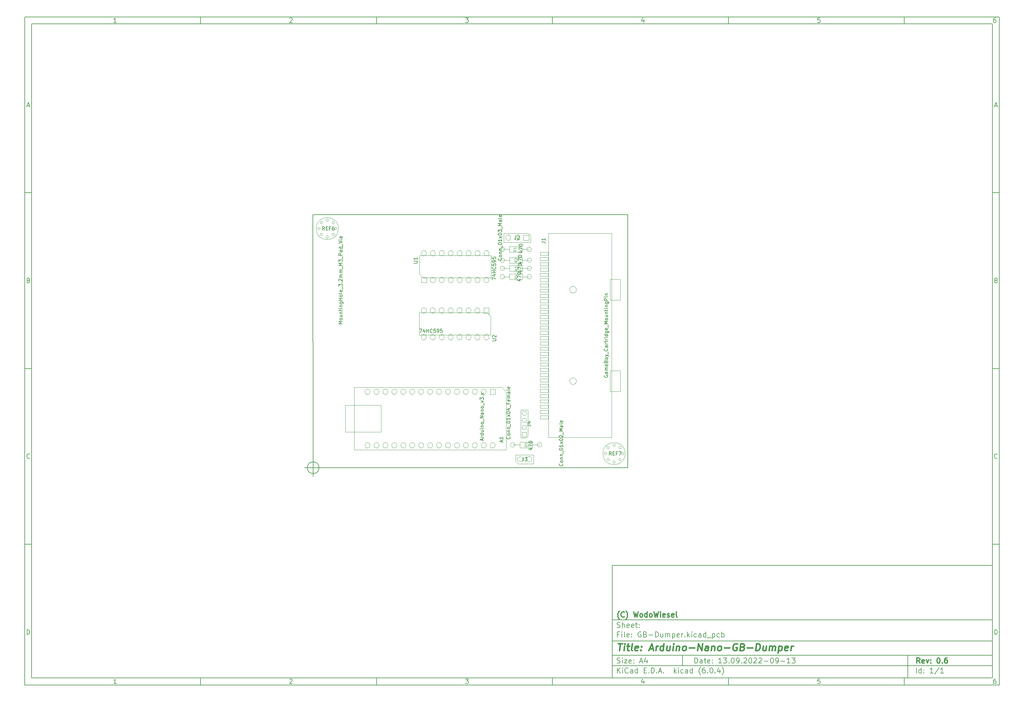
<source format=gbr>
%TF.GenerationSoftware,KiCad,Pcbnew,(6.0.4)*%
%TF.CreationDate,2022-10-03T14:38:54+02:00*%
%TF.ProjectId,GB-Dumper,47422d44-756d-4706-9572-2e6b69636164,0.6*%
%TF.SameCoordinates,PX57bcf00PY83cc3c0*%
%TF.FileFunction,AssemblyDrawing,Top*%
%FSLAX46Y46*%
G04 Gerber Fmt 4.6, Leading zero omitted, Abs format (unit mm)*
G04 Created by KiCad (PCBNEW (6.0.4)) date 2022-10-03 14:38:54*
%MOMM*%
%LPD*%
G01*
G04 APERTURE LIST*
%ADD10C,0.100000*%
%ADD11C,0.150000*%
%ADD12C,0.300000*%
%ADD13C,0.400000*%
%TA.AperFunction,Profile*%
%ADD14C,0.150000*%
%TD*%
%ADD15C,0.108000*%
G04 APERTURE END LIST*
D10*
D11*
X85002200Y-27807200D02*
X85002200Y-59807200D01*
X193002200Y-59807200D01*
X193002200Y-27807200D01*
X85002200Y-27807200D01*
D10*
D11*
X-82000000Y128200000D02*
X-82000000Y-61807200D01*
X195002200Y-61807200D01*
X195002200Y128200000D01*
X-82000000Y128200000D01*
D10*
D11*
X-80000000Y126200000D02*
X-80000000Y-59807200D01*
X193002200Y-59807200D01*
X193002200Y126200000D01*
X-80000000Y126200000D01*
D10*
D11*
X-32000000Y126200000D02*
X-32000000Y128200000D01*
D10*
D11*
X18000000Y126200000D02*
X18000000Y128200000D01*
D10*
D11*
X68000000Y126200000D02*
X68000000Y128200000D01*
D10*
D11*
X118000000Y126200000D02*
X118000000Y128200000D01*
D10*
D11*
X168000000Y126200000D02*
X168000000Y128200000D01*
D10*
D11*
X-55934524Y126611905D02*
X-56677381Y126611905D01*
X-56305953Y126611905D02*
X-56305953Y127911905D01*
X-56429762Y127726191D01*
X-56553572Y127602381D01*
X-56677381Y127540477D01*
D10*
D11*
X-6677381Y127788096D02*
X-6615477Y127850000D01*
X-6491667Y127911905D01*
X-6182143Y127911905D01*
X-6058334Y127850000D01*
X-5996429Y127788096D01*
X-5934524Y127664286D01*
X-5934524Y127540477D01*
X-5996429Y127354762D01*
X-6739286Y126611905D01*
X-5934524Y126611905D01*
D10*
D11*
X43260714Y127911905D02*
X44065476Y127911905D01*
X43632142Y127416667D01*
X43817857Y127416667D01*
X43941666Y127354762D01*
X44003571Y127292858D01*
X44065476Y127169048D01*
X44065476Y126859524D01*
X44003571Y126735715D01*
X43941666Y126673810D01*
X43817857Y126611905D01*
X43446428Y126611905D01*
X43322619Y126673810D01*
X43260714Y126735715D01*
D10*
D11*
X93941666Y127478572D02*
X93941666Y126611905D01*
X93632142Y127973810D02*
X93322619Y127045239D01*
X94127380Y127045239D01*
D10*
D11*
X144003571Y127911905D02*
X143384523Y127911905D01*
X143322619Y127292858D01*
X143384523Y127354762D01*
X143508333Y127416667D01*
X143817857Y127416667D01*
X143941666Y127354762D01*
X144003571Y127292858D01*
X144065476Y127169048D01*
X144065476Y126859524D01*
X144003571Y126735715D01*
X143941666Y126673810D01*
X143817857Y126611905D01*
X143508333Y126611905D01*
X143384523Y126673810D01*
X143322619Y126735715D01*
D10*
D11*
X193941666Y127911905D02*
X193694047Y127911905D01*
X193570238Y127850000D01*
X193508333Y127788096D01*
X193384523Y127602381D01*
X193322619Y127354762D01*
X193322619Y126859524D01*
X193384523Y126735715D01*
X193446428Y126673810D01*
X193570238Y126611905D01*
X193817857Y126611905D01*
X193941666Y126673810D01*
X194003571Y126735715D01*
X194065476Y126859524D01*
X194065476Y127169048D01*
X194003571Y127292858D01*
X193941666Y127354762D01*
X193817857Y127416667D01*
X193570238Y127416667D01*
X193446428Y127354762D01*
X193384523Y127292858D01*
X193322619Y127169048D01*
D10*
D11*
X-32000000Y-59807200D02*
X-32000000Y-61807200D01*
D10*
D11*
X18000000Y-59807200D02*
X18000000Y-61807200D01*
D10*
D11*
X68000000Y-59807200D02*
X68000000Y-61807200D01*
D10*
D11*
X118000000Y-59807200D02*
X118000000Y-61807200D01*
D10*
D11*
X168000000Y-59807200D02*
X168000000Y-61807200D01*
D10*
D11*
X-55934524Y-61395295D02*
X-56677381Y-61395295D01*
X-56305953Y-61395295D02*
X-56305953Y-60095295D01*
X-56429762Y-60281009D01*
X-56553572Y-60404819D01*
X-56677381Y-60466723D01*
D10*
D11*
X-6677381Y-60219104D02*
X-6615477Y-60157200D01*
X-6491667Y-60095295D01*
X-6182143Y-60095295D01*
X-6058334Y-60157200D01*
X-5996429Y-60219104D01*
X-5934524Y-60342914D01*
X-5934524Y-60466723D01*
X-5996429Y-60652438D01*
X-6739286Y-61395295D01*
X-5934524Y-61395295D01*
D10*
D11*
X43260714Y-60095295D02*
X44065476Y-60095295D01*
X43632142Y-60590533D01*
X43817857Y-60590533D01*
X43941666Y-60652438D01*
X44003571Y-60714342D01*
X44065476Y-60838152D01*
X44065476Y-61147676D01*
X44003571Y-61271485D01*
X43941666Y-61333390D01*
X43817857Y-61395295D01*
X43446428Y-61395295D01*
X43322619Y-61333390D01*
X43260714Y-61271485D01*
D10*
D11*
X93941666Y-60528628D02*
X93941666Y-61395295D01*
X93632142Y-60033390D02*
X93322619Y-60961961D01*
X94127380Y-60961961D01*
D10*
D11*
X144003571Y-60095295D02*
X143384523Y-60095295D01*
X143322619Y-60714342D01*
X143384523Y-60652438D01*
X143508333Y-60590533D01*
X143817857Y-60590533D01*
X143941666Y-60652438D01*
X144003571Y-60714342D01*
X144065476Y-60838152D01*
X144065476Y-61147676D01*
X144003571Y-61271485D01*
X143941666Y-61333390D01*
X143817857Y-61395295D01*
X143508333Y-61395295D01*
X143384523Y-61333390D01*
X143322619Y-61271485D01*
D10*
D11*
X193941666Y-60095295D02*
X193694047Y-60095295D01*
X193570238Y-60157200D01*
X193508333Y-60219104D01*
X193384523Y-60404819D01*
X193322619Y-60652438D01*
X193322619Y-61147676D01*
X193384523Y-61271485D01*
X193446428Y-61333390D01*
X193570238Y-61395295D01*
X193817857Y-61395295D01*
X193941666Y-61333390D01*
X194003571Y-61271485D01*
X194065476Y-61147676D01*
X194065476Y-60838152D01*
X194003571Y-60714342D01*
X193941666Y-60652438D01*
X193817857Y-60590533D01*
X193570238Y-60590533D01*
X193446428Y-60652438D01*
X193384523Y-60714342D01*
X193322619Y-60838152D01*
D10*
D11*
X-82000000Y78200000D02*
X-80000000Y78200000D01*
D10*
D11*
X-82000000Y28200000D02*
X-80000000Y28200000D01*
D10*
D11*
X-82000000Y-21800000D02*
X-80000000Y-21800000D01*
D10*
D11*
X-81309524Y102983334D02*
X-80690477Y102983334D01*
X-81433334Y102611905D02*
X-81000000Y103911905D01*
X-80566667Y102611905D01*
D10*
D11*
X-80907143Y53292858D02*
X-80721429Y53230953D01*
X-80659524Y53169048D01*
X-80597620Y53045239D01*
X-80597620Y52859524D01*
X-80659524Y52735715D01*
X-80721429Y52673810D01*
X-80845239Y52611905D01*
X-81340477Y52611905D01*
X-81340477Y53911905D01*
X-80907143Y53911905D01*
X-80783334Y53850000D01*
X-80721429Y53788096D01*
X-80659524Y53664286D01*
X-80659524Y53540477D01*
X-80721429Y53416667D01*
X-80783334Y53354762D01*
X-80907143Y53292858D01*
X-81340477Y53292858D01*
D10*
D11*
X-80597620Y2735715D02*
X-80659524Y2673810D01*
X-80845239Y2611905D01*
X-80969048Y2611905D01*
X-81154762Y2673810D01*
X-81278572Y2797620D01*
X-81340477Y2921429D01*
X-81402381Y3169048D01*
X-81402381Y3354762D01*
X-81340477Y3602381D01*
X-81278572Y3726191D01*
X-81154762Y3850000D01*
X-80969048Y3911905D01*
X-80845239Y3911905D01*
X-80659524Y3850000D01*
X-80597620Y3788096D01*
D10*
D11*
X-81340477Y-47388095D02*
X-81340477Y-46088095D01*
X-81030953Y-46088095D01*
X-80845239Y-46150000D01*
X-80721429Y-46273809D01*
X-80659524Y-46397619D01*
X-80597620Y-46645238D01*
X-80597620Y-46830952D01*
X-80659524Y-47078571D01*
X-80721429Y-47202380D01*
X-80845239Y-47326190D01*
X-81030953Y-47388095D01*
X-81340477Y-47388095D01*
D10*
D11*
X195002200Y78200000D02*
X193002200Y78200000D01*
D10*
D11*
X195002200Y28200000D02*
X193002200Y28200000D01*
D10*
D11*
X195002200Y-21800000D02*
X193002200Y-21800000D01*
D10*
D11*
X193692676Y102983334D02*
X194311723Y102983334D01*
X193568866Y102611905D02*
X194002200Y103911905D01*
X194435533Y102611905D01*
D10*
D11*
X194095057Y53292858D02*
X194280771Y53230953D01*
X194342676Y53169048D01*
X194404580Y53045239D01*
X194404580Y52859524D01*
X194342676Y52735715D01*
X194280771Y52673810D01*
X194156961Y52611905D01*
X193661723Y52611905D01*
X193661723Y53911905D01*
X194095057Y53911905D01*
X194218866Y53850000D01*
X194280771Y53788096D01*
X194342676Y53664286D01*
X194342676Y53540477D01*
X194280771Y53416667D01*
X194218866Y53354762D01*
X194095057Y53292858D01*
X193661723Y53292858D01*
D10*
D11*
X194404580Y2735715D02*
X194342676Y2673810D01*
X194156961Y2611905D01*
X194033152Y2611905D01*
X193847438Y2673810D01*
X193723628Y2797620D01*
X193661723Y2921429D01*
X193599819Y3169048D01*
X193599819Y3354762D01*
X193661723Y3602381D01*
X193723628Y3726191D01*
X193847438Y3850000D01*
X194033152Y3911905D01*
X194156961Y3911905D01*
X194342676Y3850000D01*
X194404580Y3788096D01*
D10*
D11*
X193661723Y-47388095D02*
X193661723Y-46088095D01*
X193971247Y-46088095D01*
X194156961Y-46150000D01*
X194280771Y-46273809D01*
X194342676Y-46397619D01*
X194404580Y-46645238D01*
X194404580Y-46830952D01*
X194342676Y-47078571D01*
X194280771Y-47202380D01*
X194156961Y-47326190D01*
X193971247Y-47388095D01*
X193661723Y-47388095D01*
D10*
D11*
X108434342Y-55585771D02*
X108434342Y-54085771D01*
X108791485Y-54085771D01*
X109005771Y-54157200D01*
X109148628Y-54300057D01*
X109220057Y-54442914D01*
X109291485Y-54728628D01*
X109291485Y-54942914D01*
X109220057Y-55228628D01*
X109148628Y-55371485D01*
X109005771Y-55514342D01*
X108791485Y-55585771D01*
X108434342Y-55585771D01*
X110577200Y-55585771D02*
X110577200Y-54800057D01*
X110505771Y-54657200D01*
X110362914Y-54585771D01*
X110077200Y-54585771D01*
X109934342Y-54657200D01*
X110577200Y-55514342D02*
X110434342Y-55585771D01*
X110077200Y-55585771D01*
X109934342Y-55514342D01*
X109862914Y-55371485D01*
X109862914Y-55228628D01*
X109934342Y-55085771D01*
X110077200Y-55014342D01*
X110434342Y-55014342D01*
X110577200Y-54942914D01*
X111077200Y-54585771D02*
X111648628Y-54585771D01*
X111291485Y-54085771D02*
X111291485Y-55371485D01*
X111362914Y-55514342D01*
X111505771Y-55585771D01*
X111648628Y-55585771D01*
X112720057Y-55514342D02*
X112577200Y-55585771D01*
X112291485Y-55585771D01*
X112148628Y-55514342D01*
X112077200Y-55371485D01*
X112077200Y-54800057D01*
X112148628Y-54657200D01*
X112291485Y-54585771D01*
X112577200Y-54585771D01*
X112720057Y-54657200D01*
X112791485Y-54800057D01*
X112791485Y-54942914D01*
X112077200Y-55085771D01*
X113434342Y-55442914D02*
X113505771Y-55514342D01*
X113434342Y-55585771D01*
X113362914Y-55514342D01*
X113434342Y-55442914D01*
X113434342Y-55585771D01*
X113434342Y-54657200D02*
X113505771Y-54728628D01*
X113434342Y-54800057D01*
X113362914Y-54728628D01*
X113434342Y-54657200D01*
X113434342Y-54800057D01*
X116077200Y-55585771D02*
X115220057Y-55585771D01*
X115648628Y-55585771D02*
X115648628Y-54085771D01*
X115505771Y-54300057D01*
X115362914Y-54442914D01*
X115220057Y-54514342D01*
X116577200Y-54085771D02*
X117505771Y-54085771D01*
X117005771Y-54657200D01*
X117220057Y-54657200D01*
X117362914Y-54728628D01*
X117434342Y-54800057D01*
X117505771Y-54942914D01*
X117505771Y-55300057D01*
X117434342Y-55442914D01*
X117362914Y-55514342D01*
X117220057Y-55585771D01*
X116791485Y-55585771D01*
X116648628Y-55514342D01*
X116577200Y-55442914D01*
X118148628Y-55442914D02*
X118220057Y-55514342D01*
X118148628Y-55585771D01*
X118077200Y-55514342D01*
X118148628Y-55442914D01*
X118148628Y-55585771D01*
X119148628Y-54085771D02*
X119291485Y-54085771D01*
X119434342Y-54157200D01*
X119505771Y-54228628D01*
X119577200Y-54371485D01*
X119648628Y-54657200D01*
X119648628Y-55014342D01*
X119577200Y-55300057D01*
X119505771Y-55442914D01*
X119434342Y-55514342D01*
X119291485Y-55585771D01*
X119148628Y-55585771D01*
X119005771Y-55514342D01*
X118934342Y-55442914D01*
X118862914Y-55300057D01*
X118791485Y-55014342D01*
X118791485Y-54657200D01*
X118862914Y-54371485D01*
X118934342Y-54228628D01*
X119005771Y-54157200D01*
X119148628Y-54085771D01*
X120362914Y-55585771D02*
X120648628Y-55585771D01*
X120791485Y-55514342D01*
X120862914Y-55442914D01*
X121005771Y-55228628D01*
X121077200Y-54942914D01*
X121077200Y-54371485D01*
X121005771Y-54228628D01*
X120934342Y-54157200D01*
X120791485Y-54085771D01*
X120505771Y-54085771D01*
X120362914Y-54157200D01*
X120291485Y-54228628D01*
X120220057Y-54371485D01*
X120220057Y-54728628D01*
X120291485Y-54871485D01*
X120362914Y-54942914D01*
X120505771Y-55014342D01*
X120791485Y-55014342D01*
X120934342Y-54942914D01*
X121005771Y-54871485D01*
X121077200Y-54728628D01*
X121720057Y-55442914D02*
X121791485Y-55514342D01*
X121720057Y-55585771D01*
X121648628Y-55514342D01*
X121720057Y-55442914D01*
X121720057Y-55585771D01*
X122362914Y-54228628D02*
X122434342Y-54157200D01*
X122577200Y-54085771D01*
X122934342Y-54085771D01*
X123077200Y-54157200D01*
X123148628Y-54228628D01*
X123220057Y-54371485D01*
X123220057Y-54514342D01*
X123148628Y-54728628D01*
X122291485Y-55585771D01*
X123220057Y-55585771D01*
X124148628Y-54085771D02*
X124291485Y-54085771D01*
X124434342Y-54157200D01*
X124505771Y-54228628D01*
X124577200Y-54371485D01*
X124648628Y-54657200D01*
X124648628Y-55014342D01*
X124577200Y-55300057D01*
X124505771Y-55442914D01*
X124434342Y-55514342D01*
X124291485Y-55585771D01*
X124148628Y-55585771D01*
X124005771Y-55514342D01*
X123934342Y-55442914D01*
X123862914Y-55300057D01*
X123791485Y-55014342D01*
X123791485Y-54657200D01*
X123862914Y-54371485D01*
X123934342Y-54228628D01*
X124005771Y-54157200D01*
X124148628Y-54085771D01*
X125220057Y-54228628D02*
X125291485Y-54157200D01*
X125434342Y-54085771D01*
X125791485Y-54085771D01*
X125934342Y-54157200D01*
X126005771Y-54228628D01*
X126077200Y-54371485D01*
X126077200Y-54514342D01*
X126005771Y-54728628D01*
X125148628Y-55585771D01*
X126077200Y-55585771D01*
X126648628Y-54228628D02*
X126720057Y-54157200D01*
X126862914Y-54085771D01*
X127220057Y-54085771D01*
X127362914Y-54157200D01*
X127434342Y-54228628D01*
X127505771Y-54371485D01*
X127505771Y-54514342D01*
X127434342Y-54728628D01*
X126577200Y-55585771D01*
X127505771Y-55585771D01*
X128148628Y-55014342D02*
X129291485Y-55014342D01*
X130291485Y-54085771D02*
X130434342Y-54085771D01*
X130577200Y-54157200D01*
X130648628Y-54228628D01*
X130720057Y-54371485D01*
X130791485Y-54657200D01*
X130791485Y-55014342D01*
X130720057Y-55300057D01*
X130648628Y-55442914D01*
X130577200Y-55514342D01*
X130434342Y-55585771D01*
X130291485Y-55585771D01*
X130148628Y-55514342D01*
X130077200Y-55442914D01*
X130005771Y-55300057D01*
X129934342Y-55014342D01*
X129934342Y-54657200D01*
X130005771Y-54371485D01*
X130077200Y-54228628D01*
X130148628Y-54157200D01*
X130291485Y-54085771D01*
X131505771Y-55585771D02*
X131791485Y-55585771D01*
X131934342Y-55514342D01*
X132005771Y-55442914D01*
X132148628Y-55228628D01*
X132220057Y-54942914D01*
X132220057Y-54371485D01*
X132148628Y-54228628D01*
X132077200Y-54157200D01*
X131934342Y-54085771D01*
X131648628Y-54085771D01*
X131505771Y-54157200D01*
X131434342Y-54228628D01*
X131362914Y-54371485D01*
X131362914Y-54728628D01*
X131434342Y-54871485D01*
X131505771Y-54942914D01*
X131648628Y-55014342D01*
X131934342Y-55014342D01*
X132077200Y-54942914D01*
X132148628Y-54871485D01*
X132220057Y-54728628D01*
X132862914Y-55014342D02*
X134005771Y-55014342D01*
X135505771Y-55585771D02*
X134648628Y-55585771D01*
X135077200Y-55585771D02*
X135077200Y-54085771D01*
X134934342Y-54300057D01*
X134791485Y-54442914D01*
X134648628Y-54514342D01*
X136005771Y-54085771D02*
X136934342Y-54085771D01*
X136434342Y-54657200D01*
X136648628Y-54657200D01*
X136791485Y-54728628D01*
X136862914Y-54800057D01*
X136934342Y-54942914D01*
X136934342Y-55300057D01*
X136862914Y-55442914D01*
X136791485Y-55514342D01*
X136648628Y-55585771D01*
X136220057Y-55585771D01*
X136077200Y-55514342D01*
X136005771Y-55442914D01*
D10*
D11*
X85002200Y-56307200D02*
X193002200Y-56307200D01*
D10*
D11*
X86434342Y-58385771D02*
X86434342Y-56885771D01*
X87291485Y-58385771D02*
X86648628Y-57528628D01*
X87291485Y-56885771D02*
X86434342Y-57742914D01*
X87934342Y-58385771D02*
X87934342Y-57385771D01*
X87934342Y-56885771D02*
X87862914Y-56957200D01*
X87934342Y-57028628D01*
X88005771Y-56957200D01*
X87934342Y-56885771D01*
X87934342Y-57028628D01*
X89505771Y-58242914D02*
X89434342Y-58314342D01*
X89220057Y-58385771D01*
X89077200Y-58385771D01*
X88862914Y-58314342D01*
X88720057Y-58171485D01*
X88648628Y-58028628D01*
X88577200Y-57742914D01*
X88577200Y-57528628D01*
X88648628Y-57242914D01*
X88720057Y-57100057D01*
X88862914Y-56957200D01*
X89077200Y-56885771D01*
X89220057Y-56885771D01*
X89434342Y-56957200D01*
X89505771Y-57028628D01*
X90791485Y-58385771D02*
X90791485Y-57600057D01*
X90720057Y-57457200D01*
X90577200Y-57385771D01*
X90291485Y-57385771D01*
X90148628Y-57457200D01*
X90791485Y-58314342D02*
X90648628Y-58385771D01*
X90291485Y-58385771D01*
X90148628Y-58314342D01*
X90077200Y-58171485D01*
X90077200Y-58028628D01*
X90148628Y-57885771D01*
X90291485Y-57814342D01*
X90648628Y-57814342D01*
X90791485Y-57742914D01*
X92148628Y-58385771D02*
X92148628Y-56885771D01*
X92148628Y-58314342D02*
X92005771Y-58385771D01*
X91720057Y-58385771D01*
X91577200Y-58314342D01*
X91505771Y-58242914D01*
X91434342Y-58100057D01*
X91434342Y-57671485D01*
X91505771Y-57528628D01*
X91577200Y-57457200D01*
X91720057Y-57385771D01*
X92005771Y-57385771D01*
X92148628Y-57457200D01*
X94005771Y-57600057D02*
X94505771Y-57600057D01*
X94720057Y-58385771D02*
X94005771Y-58385771D01*
X94005771Y-56885771D01*
X94720057Y-56885771D01*
X95362914Y-58242914D02*
X95434342Y-58314342D01*
X95362914Y-58385771D01*
X95291485Y-58314342D01*
X95362914Y-58242914D01*
X95362914Y-58385771D01*
X96077200Y-58385771D02*
X96077200Y-56885771D01*
X96434342Y-56885771D01*
X96648628Y-56957200D01*
X96791485Y-57100057D01*
X96862914Y-57242914D01*
X96934342Y-57528628D01*
X96934342Y-57742914D01*
X96862914Y-58028628D01*
X96791485Y-58171485D01*
X96648628Y-58314342D01*
X96434342Y-58385771D01*
X96077200Y-58385771D01*
X97577200Y-58242914D02*
X97648628Y-58314342D01*
X97577200Y-58385771D01*
X97505771Y-58314342D01*
X97577200Y-58242914D01*
X97577200Y-58385771D01*
X98220057Y-57957200D02*
X98934342Y-57957200D01*
X98077200Y-58385771D02*
X98577200Y-56885771D01*
X99077200Y-58385771D01*
X99577200Y-58242914D02*
X99648628Y-58314342D01*
X99577200Y-58385771D01*
X99505771Y-58314342D01*
X99577200Y-58242914D01*
X99577200Y-58385771D01*
X102577200Y-58385771D02*
X102577200Y-56885771D01*
X102720057Y-57814342D02*
X103148628Y-58385771D01*
X103148628Y-57385771D02*
X102577200Y-57957200D01*
X103791485Y-58385771D02*
X103791485Y-57385771D01*
X103791485Y-56885771D02*
X103720057Y-56957200D01*
X103791485Y-57028628D01*
X103862914Y-56957200D01*
X103791485Y-56885771D01*
X103791485Y-57028628D01*
X105148628Y-58314342D02*
X105005771Y-58385771D01*
X104720057Y-58385771D01*
X104577200Y-58314342D01*
X104505771Y-58242914D01*
X104434342Y-58100057D01*
X104434342Y-57671485D01*
X104505771Y-57528628D01*
X104577200Y-57457200D01*
X104720057Y-57385771D01*
X105005771Y-57385771D01*
X105148628Y-57457200D01*
X106434342Y-58385771D02*
X106434342Y-57600057D01*
X106362914Y-57457200D01*
X106220057Y-57385771D01*
X105934342Y-57385771D01*
X105791485Y-57457200D01*
X106434342Y-58314342D02*
X106291485Y-58385771D01*
X105934342Y-58385771D01*
X105791485Y-58314342D01*
X105720057Y-58171485D01*
X105720057Y-58028628D01*
X105791485Y-57885771D01*
X105934342Y-57814342D01*
X106291485Y-57814342D01*
X106434342Y-57742914D01*
X107791485Y-58385771D02*
X107791485Y-56885771D01*
X107791485Y-58314342D02*
X107648628Y-58385771D01*
X107362914Y-58385771D01*
X107220057Y-58314342D01*
X107148628Y-58242914D01*
X107077200Y-58100057D01*
X107077200Y-57671485D01*
X107148628Y-57528628D01*
X107220057Y-57457200D01*
X107362914Y-57385771D01*
X107648628Y-57385771D01*
X107791485Y-57457200D01*
X110077200Y-58957200D02*
X110005771Y-58885771D01*
X109862914Y-58671485D01*
X109791485Y-58528628D01*
X109720057Y-58314342D01*
X109648628Y-57957200D01*
X109648628Y-57671485D01*
X109720057Y-57314342D01*
X109791485Y-57100057D01*
X109862914Y-56957200D01*
X110005771Y-56742914D01*
X110077200Y-56671485D01*
X111291485Y-56885771D02*
X111005771Y-56885771D01*
X110862914Y-56957200D01*
X110791485Y-57028628D01*
X110648628Y-57242914D01*
X110577200Y-57528628D01*
X110577200Y-58100057D01*
X110648628Y-58242914D01*
X110720057Y-58314342D01*
X110862914Y-58385771D01*
X111148628Y-58385771D01*
X111291485Y-58314342D01*
X111362914Y-58242914D01*
X111434342Y-58100057D01*
X111434342Y-57742914D01*
X111362914Y-57600057D01*
X111291485Y-57528628D01*
X111148628Y-57457200D01*
X110862914Y-57457200D01*
X110720057Y-57528628D01*
X110648628Y-57600057D01*
X110577200Y-57742914D01*
X112077200Y-58242914D02*
X112148628Y-58314342D01*
X112077200Y-58385771D01*
X112005771Y-58314342D01*
X112077200Y-58242914D01*
X112077200Y-58385771D01*
X113077200Y-56885771D02*
X113220057Y-56885771D01*
X113362914Y-56957200D01*
X113434342Y-57028628D01*
X113505771Y-57171485D01*
X113577200Y-57457200D01*
X113577200Y-57814342D01*
X113505771Y-58100057D01*
X113434342Y-58242914D01*
X113362914Y-58314342D01*
X113220057Y-58385771D01*
X113077200Y-58385771D01*
X112934342Y-58314342D01*
X112862914Y-58242914D01*
X112791485Y-58100057D01*
X112720057Y-57814342D01*
X112720057Y-57457200D01*
X112791485Y-57171485D01*
X112862914Y-57028628D01*
X112934342Y-56957200D01*
X113077200Y-56885771D01*
X114220057Y-58242914D02*
X114291485Y-58314342D01*
X114220057Y-58385771D01*
X114148628Y-58314342D01*
X114220057Y-58242914D01*
X114220057Y-58385771D01*
X115577200Y-57385771D02*
X115577200Y-58385771D01*
X115220057Y-56814342D02*
X114862914Y-57885771D01*
X115791485Y-57885771D01*
X116220057Y-58957200D02*
X116291485Y-58885771D01*
X116434342Y-58671485D01*
X116505771Y-58528628D01*
X116577200Y-58314342D01*
X116648628Y-57957200D01*
X116648628Y-57671485D01*
X116577200Y-57314342D01*
X116505771Y-57100057D01*
X116434342Y-56957200D01*
X116291485Y-56742914D01*
X116220057Y-56671485D01*
D10*
D11*
X85002200Y-53307200D02*
X193002200Y-53307200D01*
D10*
D12*
X172411485Y-55585771D02*
X171911485Y-54871485D01*
X171554342Y-55585771D02*
X171554342Y-54085771D01*
X172125771Y-54085771D01*
X172268628Y-54157200D01*
X172340057Y-54228628D01*
X172411485Y-54371485D01*
X172411485Y-54585771D01*
X172340057Y-54728628D01*
X172268628Y-54800057D01*
X172125771Y-54871485D01*
X171554342Y-54871485D01*
X173625771Y-55514342D02*
X173482914Y-55585771D01*
X173197200Y-55585771D01*
X173054342Y-55514342D01*
X172982914Y-55371485D01*
X172982914Y-54800057D01*
X173054342Y-54657200D01*
X173197200Y-54585771D01*
X173482914Y-54585771D01*
X173625771Y-54657200D01*
X173697200Y-54800057D01*
X173697200Y-54942914D01*
X172982914Y-55085771D01*
X174197200Y-54585771D02*
X174554342Y-55585771D01*
X174911485Y-54585771D01*
X175482914Y-55442914D02*
X175554342Y-55514342D01*
X175482914Y-55585771D01*
X175411485Y-55514342D01*
X175482914Y-55442914D01*
X175482914Y-55585771D01*
X175482914Y-54657200D02*
X175554342Y-54728628D01*
X175482914Y-54800057D01*
X175411485Y-54728628D01*
X175482914Y-54657200D01*
X175482914Y-54800057D01*
X177625771Y-54085771D02*
X177768628Y-54085771D01*
X177911485Y-54157200D01*
X177982914Y-54228628D01*
X178054342Y-54371485D01*
X178125771Y-54657200D01*
X178125771Y-55014342D01*
X178054342Y-55300057D01*
X177982914Y-55442914D01*
X177911485Y-55514342D01*
X177768628Y-55585771D01*
X177625771Y-55585771D01*
X177482914Y-55514342D01*
X177411485Y-55442914D01*
X177340057Y-55300057D01*
X177268628Y-55014342D01*
X177268628Y-54657200D01*
X177340057Y-54371485D01*
X177411485Y-54228628D01*
X177482914Y-54157200D01*
X177625771Y-54085771D01*
X178768628Y-55442914D02*
X178840057Y-55514342D01*
X178768628Y-55585771D01*
X178697200Y-55514342D01*
X178768628Y-55442914D01*
X178768628Y-55585771D01*
X180125771Y-54085771D02*
X179840057Y-54085771D01*
X179697200Y-54157200D01*
X179625771Y-54228628D01*
X179482914Y-54442914D01*
X179411485Y-54728628D01*
X179411485Y-55300057D01*
X179482914Y-55442914D01*
X179554342Y-55514342D01*
X179697200Y-55585771D01*
X179982914Y-55585771D01*
X180125771Y-55514342D01*
X180197200Y-55442914D01*
X180268628Y-55300057D01*
X180268628Y-54942914D01*
X180197200Y-54800057D01*
X180125771Y-54728628D01*
X179982914Y-54657200D01*
X179697200Y-54657200D01*
X179554342Y-54728628D01*
X179482914Y-54800057D01*
X179411485Y-54942914D01*
D10*
D11*
X86362914Y-55514342D02*
X86577200Y-55585771D01*
X86934342Y-55585771D01*
X87077200Y-55514342D01*
X87148628Y-55442914D01*
X87220057Y-55300057D01*
X87220057Y-55157200D01*
X87148628Y-55014342D01*
X87077200Y-54942914D01*
X86934342Y-54871485D01*
X86648628Y-54800057D01*
X86505771Y-54728628D01*
X86434342Y-54657200D01*
X86362914Y-54514342D01*
X86362914Y-54371485D01*
X86434342Y-54228628D01*
X86505771Y-54157200D01*
X86648628Y-54085771D01*
X87005771Y-54085771D01*
X87220057Y-54157200D01*
X87862914Y-55585771D02*
X87862914Y-54585771D01*
X87862914Y-54085771D02*
X87791485Y-54157200D01*
X87862914Y-54228628D01*
X87934342Y-54157200D01*
X87862914Y-54085771D01*
X87862914Y-54228628D01*
X88434342Y-54585771D02*
X89220057Y-54585771D01*
X88434342Y-55585771D01*
X89220057Y-55585771D01*
X90362914Y-55514342D02*
X90220057Y-55585771D01*
X89934342Y-55585771D01*
X89791485Y-55514342D01*
X89720057Y-55371485D01*
X89720057Y-54800057D01*
X89791485Y-54657200D01*
X89934342Y-54585771D01*
X90220057Y-54585771D01*
X90362914Y-54657200D01*
X90434342Y-54800057D01*
X90434342Y-54942914D01*
X89720057Y-55085771D01*
X91077200Y-55442914D02*
X91148628Y-55514342D01*
X91077200Y-55585771D01*
X91005771Y-55514342D01*
X91077200Y-55442914D01*
X91077200Y-55585771D01*
X91077200Y-54657200D02*
X91148628Y-54728628D01*
X91077200Y-54800057D01*
X91005771Y-54728628D01*
X91077200Y-54657200D01*
X91077200Y-54800057D01*
X92862914Y-55157200D02*
X93577200Y-55157200D01*
X92720057Y-55585771D02*
X93220057Y-54085771D01*
X93720057Y-55585771D01*
X94862914Y-54585771D02*
X94862914Y-55585771D01*
X94505771Y-54014342D02*
X94148628Y-55085771D01*
X95077200Y-55085771D01*
D10*
D11*
X171434342Y-58385771D02*
X171434342Y-56885771D01*
X172791485Y-58385771D02*
X172791485Y-56885771D01*
X172791485Y-58314342D02*
X172648628Y-58385771D01*
X172362914Y-58385771D01*
X172220057Y-58314342D01*
X172148628Y-58242914D01*
X172077200Y-58100057D01*
X172077200Y-57671485D01*
X172148628Y-57528628D01*
X172220057Y-57457200D01*
X172362914Y-57385771D01*
X172648628Y-57385771D01*
X172791485Y-57457200D01*
X173505771Y-58242914D02*
X173577200Y-58314342D01*
X173505771Y-58385771D01*
X173434342Y-58314342D01*
X173505771Y-58242914D01*
X173505771Y-58385771D01*
X173505771Y-57457200D02*
X173577200Y-57528628D01*
X173505771Y-57600057D01*
X173434342Y-57528628D01*
X173505771Y-57457200D01*
X173505771Y-57600057D01*
X176148628Y-58385771D02*
X175291485Y-58385771D01*
X175720057Y-58385771D02*
X175720057Y-56885771D01*
X175577200Y-57100057D01*
X175434342Y-57242914D01*
X175291485Y-57314342D01*
X177862914Y-56814342D02*
X176577200Y-58742914D01*
X179148628Y-58385771D02*
X178291485Y-58385771D01*
X178720057Y-58385771D02*
X178720057Y-56885771D01*
X178577200Y-57100057D01*
X178434342Y-57242914D01*
X178291485Y-57314342D01*
D10*
D11*
X85002200Y-49307200D02*
X193002200Y-49307200D01*
D10*
D13*
X86714580Y-50011961D02*
X87857438Y-50011961D01*
X87036009Y-52011961D02*
X87286009Y-50011961D01*
X88274104Y-52011961D02*
X88440771Y-50678628D01*
X88524104Y-50011961D02*
X88416961Y-50107200D01*
X88500295Y-50202438D01*
X88607438Y-50107200D01*
X88524104Y-50011961D01*
X88500295Y-50202438D01*
X89107438Y-50678628D02*
X89869342Y-50678628D01*
X89476485Y-50011961D02*
X89262200Y-51726247D01*
X89333628Y-51916723D01*
X89512200Y-52011961D01*
X89702676Y-52011961D01*
X90655057Y-52011961D02*
X90476485Y-51916723D01*
X90405057Y-51726247D01*
X90619342Y-50011961D01*
X92190771Y-51916723D02*
X91988390Y-52011961D01*
X91607438Y-52011961D01*
X91428866Y-51916723D01*
X91357438Y-51726247D01*
X91452676Y-50964342D01*
X91571723Y-50773866D01*
X91774104Y-50678628D01*
X92155057Y-50678628D01*
X92333628Y-50773866D01*
X92405057Y-50964342D01*
X92381247Y-51154819D01*
X91405057Y-51345295D01*
X93155057Y-51821485D02*
X93238390Y-51916723D01*
X93131247Y-52011961D01*
X93047914Y-51916723D01*
X93155057Y-51821485D01*
X93131247Y-52011961D01*
X93286009Y-50773866D02*
X93369342Y-50869104D01*
X93262200Y-50964342D01*
X93178866Y-50869104D01*
X93286009Y-50773866D01*
X93262200Y-50964342D01*
X95583628Y-51440533D02*
X96536009Y-51440533D01*
X95321723Y-52011961D02*
X96238390Y-50011961D01*
X96655057Y-52011961D01*
X97321723Y-52011961D02*
X97488390Y-50678628D01*
X97440771Y-51059580D02*
X97559819Y-50869104D01*
X97666961Y-50773866D01*
X97869342Y-50678628D01*
X98059819Y-50678628D01*
X99416961Y-52011961D02*
X99666961Y-50011961D01*
X99428866Y-51916723D02*
X99226485Y-52011961D01*
X98845533Y-52011961D01*
X98666961Y-51916723D01*
X98583628Y-51821485D01*
X98512200Y-51631009D01*
X98583628Y-51059580D01*
X98702676Y-50869104D01*
X98809819Y-50773866D01*
X99012200Y-50678628D01*
X99393152Y-50678628D01*
X99571723Y-50773866D01*
X101393152Y-50678628D02*
X101226485Y-52011961D01*
X100536009Y-50678628D02*
X100405057Y-51726247D01*
X100476485Y-51916723D01*
X100655057Y-52011961D01*
X100940771Y-52011961D01*
X101143152Y-51916723D01*
X101250295Y-51821485D01*
X102178866Y-52011961D02*
X102345533Y-50678628D01*
X102428866Y-50011961D02*
X102321723Y-50107200D01*
X102405057Y-50202438D01*
X102512200Y-50107200D01*
X102428866Y-50011961D01*
X102405057Y-50202438D01*
X103297914Y-50678628D02*
X103131247Y-52011961D01*
X103274104Y-50869104D02*
X103381247Y-50773866D01*
X103583628Y-50678628D01*
X103869342Y-50678628D01*
X104047914Y-50773866D01*
X104119342Y-50964342D01*
X103988390Y-52011961D01*
X105226485Y-52011961D02*
X105047914Y-51916723D01*
X104964580Y-51821485D01*
X104893152Y-51631009D01*
X104964580Y-51059580D01*
X105083628Y-50869104D01*
X105190771Y-50773866D01*
X105393152Y-50678628D01*
X105678866Y-50678628D01*
X105857438Y-50773866D01*
X105940771Y-50869104D01*
X106012200Y-51059580D01*
X105940771Y-51631009D01*
X105821723Y-51821485D01*
X105714580Y-51916723D01*
X105512200Y-52011961D01*
X105226485Y-52011961D01*
X106845533Y-51250057D02*
X108369342Y-51250057D01*
X109226485Y-52011961D02*
X109476485Y-50011961D01*
X110369342Y-52011961D01*
X110619342Y-50011961D01*
X112178866Y-52011961D02*
X112309819Y-50964342D01*
X112238390Y-50773866D01*
X112059819Y-50678628D01*
X111678866Y-50678628D01*
X111476485Y-50773866D01*
X112190771Y-51916723D02*
X111988390Y-52011961D01*
X111512200Y-52011961D01*
X111333628Y-51916723D01*
X111262200Y-51726247D01*
X111286009Y-51535771D01*
X111405057Y-51345295D01*
X111607438Y-51250057D01*
X112083628Y-51250057D01*
X112286009Y-51154819D01*
X113297914Y-50678628D02*
X113131247Y-52011961D01*
X113274104Y-50869104D02*
X113381247Y-50773866D01*
X113583628Y-50678628D01*
X113869342Y-50678628D01*
X114047914Y-50773866D01*
X114119342Y-50964342D01*
X113988390Y-52011961D01*
X115226485Y-52011961D02*
X115047914Y-51916723D01*
X114964580Y-51821485D01*
X114893152Y-51631009D01*
X114964580Y-51059580D01*
X115083628Y-50869104D01*
X115190771Y-50773866D01*
X115393152Y-50678628D01*
X115678866Y-50678628D01*
X115857438Y-50773866D01*
X115940771Y-50869104D01*
X116012200Y-51059580D01*
X115940771Y-51631009D01*
X115821723Y-51821485D01*
X115714580Y-51916723D01*
X115512200Y-52011961D01*
X115226485Y-52011961D01*
X116845533Y-51250057D02*
X118369342Y-51250057D01*
X120512200Y-50107200D02*
X120333628Y-50011961D01*
X120047914Y-50011961D01*
X119750295Y-50107200D01*
X119536009Y-50297676D01*
X119416961Y-50488152D01*
X119274104Y-50869104D01*
X119238390Y-51154819D01*
X119286009Y-51535771D01*
X119357438Y-51726247D01*
X119524104Y-51916723D01*
X119797914Y-52011961D01*
X119988390Y-52011961D01*
X120286009Y-51916723D01*
X120393152Y-51821485D01*
X120476485Y-51154819D01*
X120095533Y-51154819D01*
X122024104Y-50964342D02*
X122297914Y-51059580D01*
X122381247Y-51154819D01*
X122452676Y-51345295D01*
X122416961Y-51631009D01*
X122297914Y-51821485D01*
X122190771Y-51916723D01*
X121988390Y-52011961D01*
X121226485Y-52011961D01*
X121476485Y-50011961D01*
X122143152Y-50011961D01*
X122321723Y-50107200D01*
X122405057Y-50202438D01*
X122476485Y-50392914D01*
X122452676Y-50583390D01*
X122333628Y-50773866D01*
X122226485Y-50869104D01*
X122024104Y-50964342D01*
X121357438Y-50964342D01*
X123321723Y-51250057D02*
X124845533Y-51250057D01*
X125702676Y-52011961D02*
X125952676Y-50011961D01*
X126428866Y-50011961D01*
X126702676Y-50107200D01*
X126869342Y-50297676D01*
X126940771Y-50488152D01*
X126988390Y-50869104D01*
X126952676Y-51154819D01*
X126809819Y-51535771D01*
X126690771Y-51726247D01*
X126476485Y-51916723D01*
X126178866Y-52011961D01*
X125702676Y-52011961D01*
X128726485Y-50678628D02*
X128559819Y-52011961D01*
X127869342Y-50678628D02*
X127738390Y-51726247D01*
X127809819Y-51916723D01*
X127988390Y-52011961D01*
X128274104Y-52011961D01*
X128476485Y-51916723D01*
X128583628Y-51821485D01*
X129512200Y-52011961D02*
X129678866Y-50678628D01*
X129655057Y-50869104D02*
X129762200Y-50773866D01*
X129964580Y-50678628D01*
X130250295Y-50678628D01*
X130428866Y-50773866D01*
X130500295Y-50964342D01*
X130369342Y-52011961D01*
X130500295Y-50964342D02*
X130619342Y-50773866D01*
X130821723Y-50678628D01*
X131107438Y-50678628D01*
X131286009Y-50773866D01*
X131357438Y-50964342D01*
X131226485Y-52011961D01*
X132345533Y-50678628D02*
X132095533Y-52678628D01*
X132333628Y-50773866D02*
X132536009Y-50678628D01*
X132916961Y-50678628D01*
X133095533Y-50773866D01*
X133178866Y-50869104D01*
X133250295Y-51059580D01*
X133178866Y-51631009D01*
X133059819Y-51821485D01*
X132952676Y-51916723D01*
X132750295Y-52011961D01*
X132369342Y-52011961D01*
X132190771Y-51916723D01*
X134762200Y-51916723D02*
X134559819Y-52011961D01*
X134178866Y-52011961D01*
X134000295Y-51916723D01*
X133928866Y-51726247D01*
X134024104Y-50964342D01*
X134143152Y-50773866D01*
X134345533Y-50678628D01*
X134726485Y-50678628D01*
X134905057Y-50773866D01*
X134976485Y-50964342D01*
X134952676Y-51154819D01*
X133976485Y-51345295D01*
X135702676Y-52011961D02*
X135869342Y-50678628D01*
X135821723Y-51059580D02*
X135940771Y-50869104D01*
X136047914Y-50773866D01*
X136250295Y-50678628D01*
X136440771Y-50678628D01*
D10*
D11*
X86934342Y-47400057D02*
X86434342Y-47400057D01*
X86434342Y-48185771D02*
X86434342Y-46685771D01*
X87148628Y-46685771D01*
X87720057Y-48185771D02*
X87720057Y-47185771D01*
X87720057Y-46685771D02*
X87648628Y-46757200D01*
X87720057Y-46828628D01*
X87791485Y-46757200D01*
X87720057Y-46685771D01*
X87720057Y-46828628D01*
X88648628Y-48185771D02*
X88505771Y-48114342D01*
X88434342Y-47971485D01*
X88434342Y-46685771D01*
X89791485Y-48114342D02*
X89648628Y-48185771D01*
X89362914Y-48185771D01*
X89220057Y-48114342D01*
X89148628Y-47971485D01*
X89148628Y-47400057D01*
X89220057Y-47257200D01*
X89362914Y-47185771D01*
X89648628Y-47185771D01*
X89791485Y-47257200D01*
X89862914Y-47400057D01*
X89862914Y-47542914D01*
X89148628Y-47685771D01*
X90505771Y-48042914D02*
X90577200Y-48114342D01*
X90505771Y-48185771D01*
X90434342Y-48114342D01*
X90505771Y-48042914D01*
X90505771Y-48185771D01*
X90505771Y-47257200D02*
X90577200Y-47328628D01*
X90505771Y-47400057D01*
X90434342Y-47328628D01*
X90505771Y-47257200D01*
X90505771Y-47400057D01*
X93148628Y-46757200D02*
X93005771Y-46685771D01*
X92791485Y-46685771D01*
X92577200Y-46757200D01*
X92434342Y-46900057D01*
X92362914Y-47042914D01*
X92291485Y-47328628D01*
X92291485Y-47542914D01*
X92362914Y-47828628D01*
X92434342Y-47971485D01*
X92577200Y-48114342D01*
X92791485Y-48185771D01*
X92934342Y-48185771D01*
X93148628Y-48114342D01*
X93220057Y-48042914D01*
X93220057Y-47542914D01*
X92934342Y-47542914D01*
X94362914Y-47400057D02*
X94577200Y-47471485D01*
X94648628Y-47542914D01*
X94720057Y-47685771D01*
X94720057Y-47900057D01*
X94648628Y-48042914D01*
X94577200Y-48114342D01*
X94434342Y-48185771D01*
X93862914Y-48185771D01*
X93862914Y-46685771D01*
X94362914Y-46685771D01*
X94505771Y-46757200D01*
X94577200Y-46828628D01*
X94648628Y-46971485D01*
X94648628Y-47114342D01*
X94577200Y-47257200D01*
X94505771Y-47328628D01*
X94362914Y-47400057D01*
X93862914Y-47400057D01*
X95362914Y-47614342D02*
X96505771Y-47614342D01*
X97220057Y-48185771D02*
X97220057Y-46685771D01*
X97577200Y-46685771D01*
X97791485Y-46757200D01*
X97934342Y-46900057D01*
X98005771Y-47042914D01*
X98077200Y-47328628D01*
X98077200Y-47542914D01*
X98005771Y-47828628D01*
X97934342Y-47971485D01*
X97791485Y-48114342D01*
X97577200Y-48185771D01*
X97220057Y-48185771D01*
X99362914Y-47185771D02*
X99362914Y-48185771D01*
X98720057Y-47185771D02*
X98720057Y-47971485D01*
X98791485Y-48114342D01*
X98934342Y-48185771D01*
X99148628Y-48185771D01*
X99291485Y-48114342D01*
X99362914Y-48042914D01*
X100077200Y-48185771D02*
X100077200Y-47185771D01*
X100077200Y-47328628D02*
X100148628Y-47257200D01*
X100291485Y-47185771D01*
X100505771Y-47185771D01*
X100648628Y-47257200D01*
X100720057Y-47400057D01*
X100720057Y-48185771D01*
X100720057Y-47400057D02*
X100791485Y-47257200D01*
X100934342Y-47185771D01*
X101148628Y-47185771D01*
X101291485Y-47257200D01*
X101362914Y-47400057D01*
X101362914Y-48185771D01*
X102077200Y-47185771D02*
X102077200Y-48685771D01*
X102077200Y-47257200D02*
X102220057Y-47185771D01*
X102505771Y-47185771D01*
X102648628Y-47257200D01*
X102720057Y-47328628D01*
X102791485Y-47471485D01*
X102791485Y-47900057D01*
X102720057Y-48042914D01*
X102648628Y-48114342D01*
X102505771Y-48185771D01*
X102220057Y-48185771D01*
X102077200Y-48114342D01*
X104005771Y-48114342D02*
X103862914Y-48185771D01*
X103577200Y-48185771D01*
X103434342Y-48114342D01*
X103362914Y-47971485D01*
X103362914Y-47400057D01*
X103434342Y-47257200D01*
X103577200Y-47185771D01*
X103862914Y-47185771D01*
X104005771Y-47257200D01*
X104077200Y-47400057D01*
X104077200Y-47542914D01*
X103362914Y-47685771D01*
X104720057Y-48185771D02*
X104720057Y-47185771D01*
X104720057Y-47471485D02*
X104791485Y-47328628D01*
X104862914Y-47257200D01*
X105005771Y-47185771D01*
X105148628Y-47185771D01*
X105648628Y-48042914D02*
X105720057Y-48114342D01*
X105648628Y-48185771D01*
X105577200Y-48114342D01*
X105648628Y-48042914D01*
X105648628Y-48185771D01*
X106362914Y-48185771D02*
X106362914Y-46685771D01*
X106505771Y-47614342D02*
X106934342Y-48185771D01*
X106934342Y-47185771D02*
X106362914Y-47757200D01*
X107577200Y-48185771D02*
X107577200Y-47185771D01*
X107577200Y-46685771D02*
X107505771Y-46757200D01*
X107577200Y-46828628D01*
X107648628Y-46757200D01*
X107577200Y-46685771D01*
X107577200Y-46828628D01*
X108934342Y-48114342D02*
X108791485Y-48185771D01*
X108505771Y-48185771D01*
X108362914Y-48114342D01*
X108291485Y-48042914D01*
X108220057Y-47900057D01*
X108220057Y-47471485D01*
X108291485Y-47328628D01*
X108362914Y-47257200D01*
X108505771Y-47185771D01*
X108791485Y-47185771D01*
X108934342Y-47257200D01*
X110220057Y-48185771D02*
X110220057Y-47400057D01*
X110148628Y-47257200D01*
X110005771Y-47185771D01*
X109720057Y-47185771D01*
X109577200Y-47257200D01*
X110220057Y-48114342D02*
X110077200Y-48185771D01*
X109720057Y-48185771D01*
X109577200Y-48114342D01*
X109505771Y-47971485D01*
X109505771Y-47828628D01*
X109577200Y-47685771D01*
X109720057Y-47614342D01*
X110077200Y-47614342D01*
X110220057Y-47542914D01*
X111577200Y-48185771D02*
X111577200Y-46685771D01*
X111577200Y-48114342D02*
X111434342Y-48185771D01*
X111148628Y-48185771D01*
X111005771Y-48114342D01*
X110934342Y-48042914D01*
X110862914Y-47900057D01*
X110862914Y-47471485D01*
X110934342Y-47328628D01*
X111005771Y-47257200D01*
X111148628Y-47185771D01*
X111434342Y-47185771D01*
X111577200Y-47257200D01*
X111934342Y-48328628D02*
X113077200Y-48328628D01*
X113434342Y-47185771D02*
X113434342Y-48685771D01*
X113434342Y-47257200D02*
X113577200Y-47185771D01*
X113862914Y-47185771D01*
X114005771Y-47257200D01*
X114077200Y-47328628D01*
X114148628Y-47471485D01*
X114148628Y-47900057D01*
X114077200Y-48042914D01*
X114005771Y-48114342D01*
X113862914Y-48185771D01*
X113577200Y-48185771D01*
X113434342Y-48114342D01*
X115434342Y-48114342D02*
X115291485Y-48185771D01*
X115005771Y-48185771D01*
X114862914Y-48114342D01*
X114791485Y-48042914D01*
X114720057Y-47900057D01*
X114720057Y-47471485D01*
X114791485Y-47328628D01*
X114862914Y-47257200D01*
X115005771Y-47185771D01*
X115291485Y-47185771D01*
X115434342Y-47257200D01*
X116077200Y-48185771D02*
X116077200Y-46685771D01*
X116077200Y-47257200D02*
X116220057Y-47185771D01*
X116505771Y-47185771D01*
X116648628Y-47257200D01*
X116720057Y-47328628D01*
X116791485Y-47471485D01*
X116791485Y-47900057D01*
X116720057Y-48042914D01*
X116648628Y-48114342D01*
X116505771Y-48185771D01*
X116220057Y-48185771D01*
X116077200Y-48114342D01*
D10*
D11*
X85002200Y-43307200D02*
X193002200Y-43307200D01*
D10*
D11*
X86362914Y-45414342D02*
X86577200Y-45485771D01*
X86934342Y-45485771D01*
X87077200Y-45414342D01*
X87148628Y-45342914D01*
X87220057Y-45200057D01*
X87220057Y-45057200D01*
X87148628Y-44914342D01*
X87077200Y-44842914D01*
X86934342Y-44771485D01*
X86648628Y-44700057D01*
X86505771Y-44628628D01*
X86434342Y-44557200D01*
X86362914Y-44414342D01*
X86362914Y-44271485D01*
X86434342Y-44128628D01*
X86505771Y-44057200D01*
X86648628Y-43985771D01*
X87005771Y-43985771D01*
X87220057Y-44057200D01*
X87862914Y-45485771D02*
X87862914Y-43985771D01*
X88505771Y-45485771D02*
X88505771Y-44700057D01*
X88434342Y-44557200D01*
X88291485Y-44485771D01*
X88077200Y-44485771D01*
X87934342Y-44557200D01*
X87862914Y-44628628D01*
X89791485Y-45414342D02*
X89648628Y-45485771D01*
X89362914Y-45485771D01*
X89220057Y-45414342D01*
X89148628Y-45271485D01*
X89148628Y-44700057D01*
X89220057Y-44557200D01*
X89362914Y-44485771D01*
X89648628Y-44485771D01*
X89791485Y-44557200D01*
X89862914Y-44700057D01*
X89862914Y-44842914D01*
X89148628Y-44985771D01*
X91077200Y-45414342D02*
X90934342Y-45485771D01*
X90648628Y-45485771D01*
X90505771Y-45414342D01*
X90434342Y-45271485D01*
X90434342Y-44700057D01*
X90505771Y-44557200D01*
X90648628Y-44485771D01*
X90934342Y-44485771D01*
X91077200Y-44557200D01*
X91148628Y-44700057D01*
X91148628Y-44842914D01*
X90434342Y-44985771D01*
X91577200Y-44485771D02*
X92148628Y-44485771D01*
X91791485Y-43985771D02*
X91791485Y-45271485D01*
X91862914Y-45414342D01*
X92005771Y-45485771D01*
X92148628Y-45485771D01*
X92648628Y-45342914D02*
X92720057Y-45414342D01*
X92648628Y-45485771D01*
X92577200Y-45414342D01*
X92648628Y-45342914D01*
X92648628Y-45485771D01*
X92648628Y-44557200D02*
X92720057Y-44628628D01*
X92648628Y-44700057D01*
X92577200Y-44628628D01*
X92648628Y-44557200D01*
X92648628Y-44700057D01*
D10*
D12*
X86982914Y-43057200D02*
X86911485Y-42985771D01*
X86768628Y-42771485D01*
X86697200Y-42628628D01*
X86625771Y-42414342D01*
X86554342Y-42057200D01*
X86554342Y-41771485D01*
X86625771Y-41414342D01*
X86697200Y-41200057D01*
X86768628Y-41057200D01*
X86911485Y-40842914D01*
X86982914Y-40771485D01*
X88411485Y-42342914D02*
X88340057Y-42414342D01*
X88125771Y-42485771D01*
X87982914Y-42485771D01*
X87768628Y-42414342D01*
X87625771Y-42271485D01*
X87554342Y-42128628D01*
X87482914Y-41842914D01*
X87482914Y-41628628D01*
X87554342Y-41342914D01*
X87625771Y-41200057D01*
X87768628Y-41057200D01*
X87982914Y-40985771D01*
X88125771Y-40985771D01*
X88340057Y-41057200D01*
X88411485Y-41128628D01*
X88911485Y-43057200D02*
X88982914Y-42985771D01*
X89125771Y-42771485D01*
X89197200Y-42628628D01*
X89268628Y-42414342D01*
X89340057Y-42057200D01*
X89340057Y-41771485D01*
X89268628Y-41414342D01*
X89197200Y-41200057D01*
X89125771Y-41057200D01*
X88982914Y-40842914D01*
X88911485Y-40771485D01*
X91054342Y-40985771D02*
X91411485Y-42485771D01*
X91697200Y-41414342D01*
X91982914Y-42485771D01*
X92340057Y-40985771D01*
X93125771Y-42485771D02*
X92982914Y-42414342D01*
X92911485Y-42342914D01*
X92840057Y-42200057D01*
X92840057Y-41771485D01*
X92911485Y-41628628D01*
X92982914Y-41557200D01*
X93125771Y-41485771D01*
X93340057Y-41485771D01*
X93482914Y-41557200D01*
X93554342Y-41628628D01*
X93625771Y-41771485D01*
X93625771Y-42200057D01*
X93554342Y-42342914D01*
X93482914Y-42414342D01*
X93340057Y-42485771D01*
X93125771Y-42485771D01*
X94911485Y-42485771D02*
X94911485Y-40985771D01*
X94911485Y-42414342D02*
X94768628Y-42485771D01*
X94482914Y-42485771D01*
X94340057Y-42414342D01*
X94268628Y-42342914D01*
X94197200Y-42200057D01*
X94197200Y-41771485D01*
X94268628Y-41628628D01*
X94340057Y-41557200D01*
X94482914Y-41485771D01*
X94768628Y-41485771D01*
X94911485Y-41557200D01*
X95840057Y-42485771D02*
X95697200Y-42414342D01*
X95625771Y-42342914D01*
X95554342Y-42200057D01*
X95554342Y-41771485D01*
X95625771Y-41628628D01*
X95697200Y-41557200D01*
X95840057Y-41485771D01*
X96054342Y-41485771D01*
X96197200Y-41557200D01*
X96268628Y-41628628D01*
X96340057Y-41771485D01*
X96340057Y-42200057D01*
X96268628Y-42342914D01*
X96197200Y-42414342D01*
X96054342Y-42485771D01*
X95840057Y-42485771D01*
X96840057Y-40985771D02*
X97197200Y-42485771D01*
X97482914Y-41414342D01*
X97768628Y-42485771D01*
X98125771Y-40985771D01*
X98697200Y-42485771D02*
X98697200Y-41485771D01*
X98697200Y-40985771D02*
X98625771Y-41057200D01*
X98697200Y-41128628D01*
X98768628Y-41057200D01*
X98697200Y-40985771D01*
X98697200Y-41128628D01*
X99982914Y-42414342D02*
X99840057Y-42485771D01*
X99554342Y-42485771D01*
X99411485Y-42414342D01*
X99340057Y-42271485D01*
X99340057Y-41700057D01*
X99411485Y-41557200D01*
X99554342Y-41485771D01*
X99840057Y-41485771D01*
X99982914Y-41557200D01*
X100054342Y-41700057D01*
X100054342Y-41842914D01*
X99340057Y-41985771D01*
X100625771Y-42414342D02*
X100768628Y-42485771D01*
X101054342Y-42485771D01*
X101197200Y-42414342D01*
X101268628Y-42271485D01*
X101268628Y-42200057D01*
X101197200Y-42057200D01*
X101054342Y-41985771D01*
X100840057Y-41985771D01*
X100697200Y-41914342D01*
X100625771Y-41771485D01*
X100625771Y-41700057D01*
X100697200Y-41557200D01*
X100840057Y-41485771D01*
X101054342Y-41485771D01*
X101197200Y-41557200D01*
X102482914Y-42414342D02*
X102340057Y-42485771D01*
X102054342Y-42485771D01*
X101911485Y-42414342D01*
X101840057Y-42271485D01*
X101840057Y-41700057D01*
X101911485Y-41557200D01*
X102054342Y-41485771D01*
X102340057Y-41485771D01*
X102482914Y-41557200D01*
X102554342Y-41700057D01*
X102554342Y-41842914D01*
X101840057Y-41985771D01*
X103411485Y-42485771D02*
X103268628Y-42414342D01*
X103197200Y-42271485D01*
X103197200Y-40985771D01*
D10*
D11*
D10*
D11*
D10*
D11*
D10*
D11*
D10*
D11*
X105002200Y-53307200D02*
X105002200Y-56307200D01*
D10*
D11*
X169002200Y-53307200D02*
X169002200Y-59807200D01*
D14*
X89356000Y72000000D02*
X89356000Y24000D01*
X-100000Y72000000D02*
X89356000Y72000000D01*
X0Y0D02*
X-100000Y72000000D01*
X89356000Y24000D02*
X0Y0D01*
X1666666Y0D02*
G75*
G03*
X1666666Y0I-1666666J0D01*
G01*
X-2500000Y0D02*
X2500000Y0D01*
X0Y2500000D02*
X0Y-2500000D01*
D11*
%TO.C,J1*%
X82760000Y26258858D02*
X82712380Y26163620D01*
X82712380Y26020762D01*
X82760000Y25877905D01*
X82855238Y25782667D01*
X82950476Y25735048D01*
X83140952Y25687429D01*
X83283809Y25687429D01*
X83474285Y25735048D01*
X83569523Y25782667D01*
X83664761Y25877905D01*
X83712380Y26020762D01*
X83712380Y26116000D01*
X83664761Y26258858D01*
X83617142Y26306477D01*
X83283809Y26306477D01*
X83283809Y26116000D01*
X83712380Y27163620D02*
X83188571Y27163620D01*
X83093333Y27116000D01*
X83045714Y27020762D01*
X83045714Y26830286D01*
X83093333Y26735048D01*
X83664761Y27163620D02*
X83712380Y27068381D01*
X83712380Y26830286D01*
X83664761Y26735048D01*
X83569523Y26687429D01*
X83474285Y26687429D01*
X83379047Y26735048D01*
X83331428Y26830286D01*
X83331428Y27068381D01*
X83283809Y27163620D01*
X83712380Y27639810D02*
X83045714Y27639810D01*
X83140952Y27639810D02*
X83093333Y27687429D01*
X83045714Y27782667D01*
X83045714Y27925524D01*
X83093333Y28020762D01*
X83188571Y28068381D01*
X83712380Y28068381D01*
X83188571Y28068381D02*
X83093333Y28116000D01*
X83045714Y28211239D01*
X83045714Y28354096D01*
X83093333Y28449334D01*
X83188571Y28496953D01*
X83712380Y28496953D01*
X83664761Y29354096D02*
X83712380Y29258858D01*
X83712380Y29068381D01*
X83664761Y28973143D01*
X83569523Y28925524D01*
X83188571Y28925524D01*
X83093333Y28973143D01*
X83045714Y29068381D01*
X83045714Y29258858D01*
X83093333Y29354096D01*
X83188571Y29401715D01*
X83283809Y29401715D01*
X83379047Y28925524D01*
X83188571Y30163620D02*
X83236190Y30306477D01*
X83283809Y30354096D01*
X83379047Y30401715D01*
X83521904Y30401715D01*
X83617142Y30354096D01*
X83664761Y30306477D01*
X83712380Y30211239D01*
X83712380Y29830286D01*
X82712380Y29830286D01*
X82712380Y30163620D01*
X82760000Y30258858D01*
X82807619Y30306477D01*
X82902857Y30354096D01*
X82998095Y30354096D01*
X83093333Y30306477D01*
X83140952Y30258858D01*
X83188571Y30163620D01*
X83188571Y29830286D01*
X83712380Y30973143D02*
X83664761Y30877905D01*
X83617142Y30830286D01*
X83521904Y30782667D01*
X83236190Y30782667D01*
X83140952Y30830286D01*
X83093333Y30877905D01*
X83045714Y30973143D01*
X83045714Y31116000D01*
X83093333Y31211239D01*
X83140952Y31258858D01*
X83236190Y31306477D01*
X83521904Y31306477D01*
X83617142Y31258858D01*
X83664761Y31211239D01*
X83712380Y31116000D01*
X83712380Y30973143D01*
X83045714Y31639810D02*
X83712380Y31877905D01*
X83045714Y32116000D02*
X83712380Y31877905D01*
X83950476Y31782667D01*
X83998095Y31735048D01*
X84045714Y31639810D01*
X83807619Y32258858D02*
X83807619Y33020762D01*
X83617142Y33830286D02*
X83664761Y33782667D01*
X83712380Y33639810D01*
X83712380Y33544572D01*
X83664761Y33401715D01*
X83569523Y33306477D01*
X83474285Y33258858D01*
X83283809Y33211239D01*
X83140952Y33211239D01*
X82950476Y33258858D01*
X82855238Y33306477D01*
X82760000Y33401715D01*
X82712380Y33544572D01*
X82712380Y33639810D01*
X82760000Y33782667D01*
X82807619Y33830286D01*
X83712380Y34687429D02*
X83188571Y34687429D01*
X83093333Y34639810D01*
X83045714Y34544572D01*
X83045714Y34354096D01*
X83093333Y34258858D01*
X83664761Y34687429D02*
X83712380Y34592191D01*
X83712380Y34354096D01*
X83664761Y34258858D01*
X83569523Y34211239D01*
X83474285Y34211239D01*
X83379047Y34258858D01*
X83331428Y34354096D01*
X83331428Y34592191D01*
X83283809Y34687429D01*
X83712380Y35163620D02*
X83045714Y35163620D01*
X83236190Y35163620D02*
X83140952Y35211239D01*
X83093333Y35258858D01*
X83045714Y35354096D01*
X83045714Y35449334D01*
X83045714Y35639810D02*
X83045714Y36020762D01*
X82712380Y35782667D02*
X83569523Y35782667D01*
X83664761Y35830286D01*
X83712380Y35925524D01*
X83712380Y36020762D01*
X83712380Y36354096D02*
X83045714Y36354096D01*
X83236190Y36354096D02*
X83140952Y36401715D01*
X83093333Y36449334D01*
X83045714Y36544572D01*
X83045714Y36639810D01*
X83712380Y36973143D02*
X83045714Y36973143D01*
X82712380Y36973143D02*
X82760000Y36925524D01*
X82807619Y36973143D01*
X82760000Y37020762D01*
X82712380Y36973143D01*
X82807619Y36973143D01*
X83712380Y37877905D02*
X82712380Y37877905D01*
X83664761Y37877905D02*
X83712380Y37782667D01*
X83712380Y37592191D01*
X83664761Y37496953D01*
X83617142Y37449334D01*
X83521904Y37401715D01*
X83236190Y37401715D01*
X83140952Y37449334D01*
X83093333Y37496953D01*
X83045714Y37592191D01*
X83045714Y37782667D01*
X83093333Y37877905D01*
X83045714Y38782667D02*
X83855238Y38782667D01*
X83950476Y38735048D01*
X83998095Y38687429D01*
X84045714Y38592191D01*
X84045714Y38449334D01*
X83998095Y38354096D01*
X83664761Y38782667D02*
X83712380Y38687429D01*
X83712380Y38496953D01*
X83664761Y38401715D01*
X83617142Y38354096D01*
X83521904Y38306477D01*
X83236190Y38306477D01*
X83140952Y38354096D01*
X83093333Y38401715D01*
X83045714Y38496953D01*
X83045714Y38687429D01*
X83093333Y38782667D01*
X83664761Y39639810D02*
X83712380Y39544572D01*
X83712380Y39354096D01*
X83664761Y39258858D01*
X83569523Y39211239D01*
X83188571Y39211239D01*
X83093333Y39258858D01*
X83045714Y39354096D01*
X83045714Y39544572D01*
X83093333Y39639810D01*
X83188571Y39687429D01*
X83283809Y39687429D01*
X83379047Y39211239D01*
X83807619Y39877905D02*
X83807619Y40639810D01*
X83712380Y40877905D02*
X82712380Y40877905D01*
X83426666Y41211239D01*
X82712380Y41544572D01*
X83712380Y41544572D01*
X83712380Y42163620D02*
X83664761Y42068381D01*
X83617142Y42020762D01*
X83521904Y41973143D01*
X83236190Y41973143D01*
X83140952Y42020762D01*
X83093333Y42068381D01*
X83045714Y42163620D01*
X83045714Y42306477D01*
X83093333Y42401715D01*
X83140952Y42449334D01*
X83236190Y42496953D01*
X83521904Y42496953D01*
X83617142Y42449334D01*
X83664761Y42401715D01*
X83712380Y42306477D01*
X83712380Y42163620D01*
X83045714Y43354096D02*
X83712380Y43354096D01*
X83045714Y42925524D02*
X83569523Y42925524D01*
X83664761Y42973143D01*
X83712380Y43068381D01*
X83712380Y43211239D01*
X83664761Y43306477D01*
X83617142Y43354096D01*
X83045714Y43830286D02*
X83712380Y43830286D01*
X83140952Y43830286D02*
X83093333Y43877905D01*
X83045714Y43973143D01*
X83045714Y44116000D01*
X83093333Y44211239D01*
X83188571Y44258858D01*
X83712380Y44258858D01*
X83045714Y44592191D02*
X83045714Y44973143D01*
X82712380Y44735048D02*
X83569523Y44735048D01*
X83664761Y44782667D01*
X83712380Y44877905D01*
X83712380Y44973143D01*
X83712380Y45306477D02*
X83045714Y45306477D01*
X82712380Y45306477D02*
X82760000Y45258858D01*
X82807619Y45306477D01*
X82760000Y45354096D01*
X82712380Y45306477D01*
X82807619Y45306477D01*
X83045714Y45782667D02*
X83712380Y45782667D01*
X83140952Y45782667D02*
X83093333Y45830286D01*
X83045714Y45925524D01*
X83045714Y46068381D01*
X83093333Y46163620D01*
X83188571Y46211239D01*
X83712380Y46211239D01*
X83045714Y47116000D02*
X83855238Y47116000D01*
X83950476Y47068381D01*
X83998095Y47020762D01*
X84045714Y46925524D01*
X84045714Y46782667D01*
X83998095Y46687429D01*
X83664761Y47116000D02*
X83712380Y47020762D01*
X83712380Y46830286D01*
X83664761Y46735048D01*
X83617142Y46687429D01*
X83521904Y46639810D01*
X83236190Y46639810D01*
X83140952Y46687429D01*
X83093333Y46735048D01*
X83045714Y46830286D01*
X83045714Y47020762D01*
X83093333Y47116000D01*
X83712380Y47592191D02*
X82712380Y47592191D01*
X82712380Y47973143D01*
X82760000Y48068381D01*
X82807619Y48116000D01*
X82902857Y48163620D01*
X83045714Y48163620D01*
X83140952Y48116000D01*
X83188571Y48068381D01*
X83236190Y47973143D01*
X83236190Y47592191D01*
X83712380Y48592191D02*
X83045714Y48592191D01*
X82712380Y48592191D02*
X82760000Y48544572D01*
X82807619Y48592191D01*
X82760000Y48639810D01*
X82712380Y48592191D01*
X82807619Y48592191D01*
X83045714Y49068381D02*
X83712380Y49068381D01*
X83140952Y49068381D02*
X83093333Y49116000D01*
X83045714Y49211239D01*
X83045714Y49354096D01*
X83093333Y49449334D01*
X83188571Y49496953D01*
X83712380Y49496953D01*
X64932380Y64206667D02*
X65646666Y64206667D01*
X65789523Y64159048D01*
X65884761Y64063810D01*
X65932380Y63920953D01*
X65932380Y63825715D01*
X65932380Y65206667D02*
X65932380Y64635239D01*
X65932380Y64920953D02*
X64932380Y64920953D01*
X65075238Y64825715D01*
X65170476Y64730477D01*
X65218095Y64635239D01*
%TO.C,J3*%
X70857142Y1116667D02*
X70904761Y1069048D01*
X70952380Y926191D01*
X70952380Y830953D01*
X70904761Y688096D01*
X70809523Y592858D01*
X70714285Y545239D01*
X70523809Y497620D01*
X70380952Y497620D01*
X70190476Y545239D01*
X70095238Y592858D01*
X70000000Y688096D01*
X69952380Y830953D01*
X69952380Y926191D01*
X70000000Y1069048D01*
X70047619Y1116667D01*
X70952380Y1688096D02*
X70904761Y1592858D01*
X70857142Y1545239D01*
X70761904Y1497620D01*
X70476190Y1497620D01*
X70380952Y1545239D01*
X70333333Y1592858D01*
X70285714Y1688096D01*
X70285714Y1830953D01*
X70333333Y1926191D01*
X70380952Y1973810D01*
X70476190Y2021429D01*
X70761904Y2021429D01*
X70857142Y1973810D01*
X70904761Y1926191D01*
X70952380Y1830953D01*
X70952380Y1688096D01*
X70285714Y2450000D02*
X70952380Y2450000D01*
X70380952Y2450000D02*
X70333333Y2497620D01*
X70285714Y2592858D01*
X70285714Y2735715D01*
X70333333Y2830953D01*
X70428571Y2878572D01*
X70952380Y2878572D01*
X70285714Y3354762D02*
X70952380Y3354762D01*
X70380952Y3354762D02*
X70333333Y3402381D01*
X70285714Y3497620D01*
X70285714Y3640477D01*
X70333333Y3735715D01*
X70428571Y3783334D01*
X70952380Y3783334D01*
X71047619Y4021429D02*
X71047619Y4783334D01*
X69952380Y5211905D02*
X69952380Y5307143D01*
X70000000Y5402381D01*
X70047619Y5450000D01*
X70142857Y5497620D01*
X70333333Y5545239D01*
X70571428Y5545239D01*
X70761904Y5497620D01*
X70857142Y5450000D01*
X70904761Y5402381D01*
X70952380Y5307143D01*
X70952380Y5211905D01*
X70904761Y5116667D01*
X70857142Y5069048D01*
X70761904Y5021429D01*
X70571428Y4973810D01*
X70333333Y4973810D01*
X70142857Y5021429D01*
X70047619Y5069048D01*
X70000000Y5116667D01*
X69952380Y5211905D01*
X70952380Y6497620D02*
X70952380Y5926191D01*
X70952380Y6211905D02*
X69952380Y6211905D01*
X70095238Y6116667D01*
X70190476Y6021429D01*
X70238095Y5926191D01*
X70952380Y6830953D02*
X70285714Y7354762D01*
X70285714Y6830953D02*
X70952380Y7354762D01*
X69952380Y7926191D02*
X69952380Y8021429D01*
X70000000Y8116667D01*
X70047619Y8164286D01*
X70142857Y8211905D01*
X70333333Y8259524D01*
X70571428Y8259524D01*
X70761904Y8211905D01*
X70857142Y8164286D01*
X70904761Y8116667D01*
X70952380Y8021429D01*
X70952380Y7926191D01*
X70904761Y7830953D01*
X70857142Y7783334D01*
X70761904Y7735715D01*
X70571428Y7688096D01*
X70333333Y7688096D01*
X70142857Y7735715D01*
X70047619Y7783334D01*
X70000000Y7830953D01*
X69952380Y7926191D01*
X70047619Y8640477D02*
X70000000Y8688096D01*
X69952380Y8783334D01*
X69952380Y9021429D01*
X70000000Y9116667D01*
X70047619Y9164286D01*
X70142857Y9211905D01*
X70238095Y9211905D01*
X70380952Y9164286D01*
X70952380Y8592858D01*
X70952380Y9211905D01*
X71047619Y9402381D02*
X71047619Y10164286D01*
X70952380Y10402381D02*
X69952380Y10402381D01*
X70666666Y10735715D01*
X69952380Y11069048D01*
X70952380Y11069048D01*
X70952380Y11973810D02*
X70428571Y11973810D01*
X70333333Y11926191D01*
X70285714Y11830953D01*
X70285714Y11640477D01*
X70333333Y11545239D01*
X70904761Y11973810D02*
X70952380Y11878572D01*
X70952380Y11640477D01*
X70904761Y11545239D01*
X70809523Y11497620D01*
X70714285Y11497620D01*
X70619047Y11545239D01*
X70571428Y11640477D01*
X70571428Y11878572D01*
X70523809Y11973810D01*
X70952380Y12592858D02*
X70904761Y12497620D01*
X70809523Y12450000D01*
X69952380Y12450000D01*
X70904761Y13354762D02*
X70952380Y13259524D01*
X70952380Y13069048D01*
X70904761Y12973810D01*
X70809523Y12926191D01*
X70428571Y12926191D01*
X70333333Y12973810D01*
X70285714Y13069048D01*
X70285714Y13259524D01*
X70333333Y13354762D01*
X70428571Y13402381D01*
X70523809Y13402381D01*
X70619047Y12926191D01*
X59761666Y2947620D02*
X59761666Y2233334D01*
X59714047Y2090477D01*
X59618809Y1995239D01*
X59475952Y1947620D01*
X59380714Y1947620D01*
X60142619Y2947620D02*
X60761666Y2947620D01*
X60428333Y2566667D01*
X60571190Y2566667D01*
X60666428Y2519048D01*
X60714047Y2471429D01*
X60761666Y2376191D01*
X60761666Y2138096D01*
X60714047Y2042858D01*
X60666428Y1995239D01*
X60571190Y1947620D01*
X60285476Y1947620D01*
X60190238Y1995239D01*
X60142619Y2042858D01*
%TO.C,U2*%
X30214095Y39433620D02*
X30880761Y39433620D01*
X30452190Y38433620D01*
X31690285Y39100286D02*
X31690285Y38433620D01*
X31452190Y39481239D02*
X31214095Y38766953D01*
X31833142Y38766953D01*
X32214095Y38433620D02*
X32214095Y39433620D01*
X32214095Y38957429D02*
X32785523Y38957429D01*
X32785523Y38433620D02*
X32785523Y39433620D01*
X33833142Y38528858D02*
X33785523Y38481239D01*
X33642666Y38433620D01*
X33547428Y38433620D01*
X33404571Y38481239D01*
X33309333Y38576477D01*
X33261714Y38671715D01*
X33214095Y38862191D01*
X33214095Y39005048D01*
X33261714Y39195524D01*
X33309333Y39290762D01*
X33404571Y39386000D01*
X33547428Y39433620D01*
X33642666Y39433620D01*
X33785523Y39386000D01*
X33833142Y39338381D01*
X34737904Y39433620D02*
X34261714Y39433620D01*
X34214095Y38957429D01*
X34261714Y39005048D01*
X34356952Y39052667D01*
X34595047Y39052667D01*
X34690285Y39005048D01*
X34737904Y38957429D01*
X34785523Y38862191D01*
X34785523Y38624096D01*
X34737904Y38528858D01*
X34690285Y38481239D01*
X34595047Y38433620D01*
X34356952Y38433620D01*
X34261714Y38481239D01*
X34214095Y38528858D01*
X35261714Y38433620D02*
X35452190Y38433620D01*
X35547428Y38481239D01*
X35595047Y38528858D01*
X35690285Y38671715D01*
X35737904Y38862191D01*
X35737904Y39243143D01*
X35690285Y39338381D01*
X35642666Y39386000D01*
X35547428Y39433620D01*
X35356952Y39433620D01*
X35261714Y39386000D01*
X35214095Y39338381D01*
X35166476Y39243143D01*
X35166476Y39005048D01*
X35214095Y38909810D01*
X35261714Y38862191D01*
X35356952Y38814572D01*
X35547428Y38814572D01*
X35642666Y38862191D01*
X35690285Y38909810D01*
X35737904Y39005048D01*
X36642666Y39433620D02*
X36166476Y39433620D01*
X36118857Y38957429D01*
X36166476Y39005048D01*
X36261714Y39052667D01*
X36499809Y39052667D01*
X36595047Y39005048D01*
X36642666Y38957429D01*
X36690285Y38862191D01*
X36690285Y38624096D01*
X36642666Y38528858D01*
X36595047Y38481239D01*
X36499809Y38433620D01*
X36261714Y38433620D01*
X36166476Y38481239D01*
X36118857Y38528858D01*
X50962380Y36092096D02*
X51771904Y36092096D01*
X51867142Y36139715D01*
X51914761Y36187334D01*
X51962380Y36282572D01*
X51962380Y36473048D01*
X51914761Y36568286D01*
X51867142Y36615905D01*
X51771904Y36663524D01*
X50962380Y36663524D01*
X51057619Y37092096D02*
X51010000Y37139715D01*
X50962380Y37234953D01*
X50962380Y37473048D01*
X51010000Y37568286D01*
X51057619Y37615905D01*
X51152857Y37663524D01*
X51248095Y37663524D01*
X51390952Y37615905D01*
X51962380Y37044477D01*
X51962380Y37663524D01*
%TO.C,R1*%
X58791714Y61596096D02*
X59458380Y61596096D01*
X58410761Y61358000D02*
X59125047Y61119905D01*
X59125047Y61738953D01*
X58458380Y62024667D02*
X58458380Y62691334D01*
X59458380Y62262762D01*
X58458380Y63262762D02*
X58458380Y63358000D01*
X58506000Y63453239D01*
X58553619Y63500858D01*
X58648857Y63548477D01*
X58839333Y63596096D01*
X59077428Y63596096D01*
X59267904Y63548477D01*
X59363142Y63500858D01*
X59410761Y63453239D01*
X59458380Y63358000D01*
X59458380Y63262762D01*
X59410761Y63167524D01*
X59363142Y63119905D01*
X59267904Y63072286D01*
X59077428Y63024667D01*
X58839333Y63024667D01*
X58648857Y63072286D01*
X58553619Y63119905D01*
X58506000Y63167524D01*
X58458380Y63262762D01*
D15*
X57631714Y61980000D02*
X57288857Y61740000D01*
X57631714Y61568572D02*
X56911714Y61568572D01*
X56911714Y61842858D01*
X56946000Y61911429D01*
X56980285Y61945715D01*
X57048857Y61980000D01*
X57151714Y61980000D01*
X57220285Y61945715D01*
X57254571Y61911429D01*
X57288857Y61842858D01*
X57288857Y61568572D01*
X57631714Y62665715D02*
X57631714Y62254286D01*
X57631714Y62460000D02*
X56911714Y62460000D01*
X57014571Y62391429D01*
X57083142Y62322858D01*
X57117428Y62254286D01*
D11*
%TO.C,J4*%
X55857142Y8814286D02*
X55904761Y8766667D01*
X55952380Y8623810D01*
X55952380Y8528572D01*
X55904761Y8385715D01*
X55809523Y8290477D01*
X55714285Y8242858D01*
X55523809Y8195239D01*
X55380952Y8195239D01*
X55190476Y8242858D01*
X55095238Y8290477D01*
X55000000Y8385715D01*
X54952380Y8528572D01*
X54952380Y8623810D01*
X55000000Y8766667D01*
X55047619Y8814286D01*
X55952380Y9385715D02*
X55904761Y9290477D01*
X55857142Y9242858D01*
X55761904Y9195239D01*
X55476190Y9195239D01*
X55380952Y9242858D01*
X55333333Y9290477D01*
X55285714Y9385715D01*
X55285714Y9528572D01*
X55333333Y9623810D01*
X55380952Y9671429D01*
X55476190Y9719048D01*
X55761904Y9719048D01*
X55857142Y9671429D01*
X55904761Y9623810D01*
X55952380Y9528572D01*
X55952380Y9385715D01*
X55285714Y10147620D02*
X55952380Y10147620D01*
X55380952Y10147620D02*
X55333333Y10195239D01*
X55285714Y10290477D01*
X55285714Y10433334D01*
X55333333Y10528572D01*
X55428571Y10576191D01*
X55952380Y10576191D01*
X55285714Y11052381D02*
X55952380Y11052381D01*
X55380952Y11052381D02*
X55333333Y11100000D01*
X55285714Y11195239D01*
X55285714Y11338096D01*
X55333333Y11433334D01*
X55428571Y11480953D01*
X55952380Y11480953D01*
X56047619Y11719048D02*
X56047619Y12480953D01*
X54952380Y12909524D02*
X54952380Y13004762D01*
X55000000Y13100000D01*
X55047619Y13147620D01*
X55142857Y13195239D01*
X55333333Y13242858D01*
X55571428Y13242858D01*
X55761904Y13195239D01*
X55857142Y13147620D01*
X55904761Y13100000D01*
X55952380Y13004762D01*
X55952380Y12909524D01*
X55904761Y12814286D01*
X55857142Y12766667D01*
X55761904Y12719048D01*
X55571428Y12671429D01*
X55333333Y12671429D01*
X55142857Y12719048D01*
X55047619Y12766667D01*
X55000000Y12814286D01*
X54952380Y12909524D01*
X55952380Y14195239D02*
X55952380Y13623810D01*
X55952380Y13909524D02*
X54952380Y13909524D01*
X55095238Y13814286D01*
X55190476Y13719048D01*
X55238095Y13623810D01*
X55952380Y14528572D02*
X55285714Y15052381D01*
X55285714Y14528572D02*
X55952380Y15052381D01*
X54952380Y15623810D02*
X54952380Y15719048D01*
X55000000Y15814286D01*
X55047619Y15861905D01*
X55142857Y15909524D01*
X55333333Y15957143D01*
X55571428Y15957143D01*
X55761904Y15909524D01*
X55857142Y15861905D01*
X55904761Y15814286D01*
X55952380Y15719048D01*
X55952380Y15623810D01*
X55904761Y15528572D01*
X55857142Y15480953D01*
X55761904Y15433334D01*
X55571428Y15385715D01*
X55333333Y15385715D01*
X55142857Y15433334D01*
X55047619Y15480953D01*
X55000000Y15528572D01*
X54952380Y15623810D01*
X55285714Y16814286D02*
X55952380Y16814286D01*
X54904761Y16576191D02*
X55619047Y16338096D01*
X55619047Y16957143D01*
X56047619Y17100000D02*
X56047619Y17861905D01*
X55428571Y18433334D02*
X55428571Y18100000D01*
X55952380Y18100000D02*
X54952380Y18100000D01*
X54952380Y18576191D01*
X55904761Y19338096D02*
X55952380Y19242858D01*
X55952380Y19052381D01*
X55904761Y18957143D01*
X55809523Y18909524D01*
X55428571Y18909524D01*
X55333333Y18957143D01*
X55285714Y19052381D01*
X55285714Y19242858D01*
X55333333Y19338096D01*
X55428571Y19385715D01*
X55523809Y19385715D01*
X55619047Y18909524D01*
X55952380Y19814286D02*
X55285714Y19814286D01*
X55380952Y19814286D02*
X55333333Y19861905D01*
X55285714Y19957143D01*
X55285714Y20100000D01*
X55333333Y20195239D01*
X55428571Y20242858D01*
X55952380Y20242858D01*
X55428571Y20242858D02*
X55333333Y20290477D01*
X55285714Y20385715D01*
X55285714Y20528572D01*
X55333333Y20623810D01*
X55428571Y20671429D01*
X55952380Y20671429D01*
X55952380Y21576191D02*
X55428571Y21576191D01*
X55333333Y21528572D01*
X55285714Y21433334D01*
X55285714Y21242858D01*
X55333333Y21147620D01*
X55904761Y21576191D02*
X55952380Y21480953D01*
X55952380Y21242858D01*
X55904761Y21147620D01*
X55809523Y21100000D01*
X55714285Y21100000D01*
X55619047Y21147620D01*
X55571428Y21242858D01*
X55571428Y21480953D01*
X55523809Y21576191D01*
X55952380Y22195239D02*
X55904761Y22100000D01*
X55809523Y22052381D01*
X54952380Y22052381D01*
X55904761Y22957143D02*
X55952380Y22861905D01*
X55952380Y22671429D01*
X55904761Y22576191D01*
X55809523Y22528572D01*
X55428571Y22528572D01*
X55333333Y22576191D01*
X55285714Y22671429D01*
X55285714Y22861905D01*
X55333333Y22957143D01*
X55428571Y23004762D01*
X55523809Y23004762D01*
X55619047Y22528572D01*
X60802380Y12116667D02*
X61516666Y12116667D01*
X61659523Y12069048D01*
X61754761Y11973810D01*
X61802380Y11830953D01*
X61802380Y11735715D01*
X61135714Y13021429D02*
X61802380Y13021429D01*
X60754761Y12783334D02*
X61469047Y12545239D01*
X61469047Y13164286D01*
%TO.C,A1*%
X48120666Y7753905D02*
X48120666Y8230096D01*
X48406380Y7658667D02*
X47406380Y7992000D01*
X48406380Y8325334D01*
X48406380Y8658667D02*
X47739714Y8658667D01*
X47930190Y8658667D02*
X47834952Y8706286D01*
X47787333Y8753905D01*
X47739714Y8849143D01*
X47739714Y8944381D01*
X48406380Y9706286D02*
X47406380Y9706286D01*
X48358761Y9706286D02*
X48406380Y9611048D01*
X48406380Y9420572D01*
X48358761Y9325334D01*
X48311142Y9277715D01*
X48215904Y9230096D01*
X47930190Y9230096D01*
X47834952Y9277715D01*
X47787333Y9325334D01*
X47739714Y9420572D01*
X47739714Y9611048D01*
X47787333Y9706286D01*
X47739714Y10611048D02*
X48406380Y10611048D01*
X47739714Y10182477D02*
X48263523Y10182477D01*
X48358761Y10230096D01*
X48406380Y10325334D01*
X48406380Y10468191D01*
X48358761Y10563429D01*
X48311142Y10611048D01*
X48406380Y11087239D02*
X47739714Y11087239D01*
X47406380Y11087239D02*
X47454000Y11039620D01*
X47501619Y11087239D01*
X47454000Y11134858D01*
X47406380Y11087239D01*
X47501619Y11087239D01*
X47739714Y11563429D02*
X48406380Y11563429D01*
X47834952Y11563429D02*
X47787333Y11611048D01*
X47739714Y11706286D01*
X47739714Y11849143D01*
X47787333Y11944381D01*
X47882571Y11992000D01*
X48406380Y11992000D01*
X48406380Y12611048D02*
X48358761Y12515810D01*
X48311142Y12468191D01*
X48215904Y12420572D01*
X47930190Y12420572D01*
X47834952Y12468191D01*
X47787333Y12515810D01*
X47739714Y12611048D01*
X47739714Y12753905D01*
X47787333Y12849143D01*
X47834952Y12896762D01*
X47930190Y12944381D01*
X48215904Y12944381D01*
X48311142Y12896762D01*
X48358761Y12849143D01*
X48406380Y12753905D01*
X48406380Y12611048D01*
X48501619Y13134858D02*
X48501619Y13896762D01*
X48406380Y14134858D02*
X47406380Y14134858D01*
X48406380Y14706286D01*
X47406380Y14706286D01*
X48406380Y15611048D02*
X47882571Y15611048D01*
X47787333Y15563429D01*
X47739714Y15468191D01*
X47739714Y15277715D01*
X47787333Y15182477D01*
X48358761Y15611048D02*
X48406380Y15515810D01*
X48406380Y15277715D01*
X48358761Y15182477D01*
X48263523Y15134858D01*
X48168285Y15134858D01*
X48073047Y15182477D01*
X48025428Y15277715D01*
X48025428Y15515810D01*
X47977809Y15611048D01*
X47739714Y16087239D02*
X48406380Y16087239D01*
X47834952Y16087239D02*
X47787333Y16134858D01*
X47739714Y16230096D01*
X47739714Y16372953D01*
X47787333Y16468191D01*
X47882571Y16515810D01*
X48406380Y16515810D01*
X48406380Y17134858D02*
X48358761Y17039620D01*
X48311142Y16992000D01*
X48215904Y16944381D01*
X47930190Y16944381D01*
X47834952Y16992000D01*
X47787333Y17039620D01*
X47739714Y17134858D01*
X47739714Y17277715D01*
X47787333Y17372953D01*
X47834952Y17420572D01*
X47930190Y17468191D01*
X48215904Y17468191D01*
X48311142Y17420572D01*
X48358761Y17372953D01*
X48406380Y17277715D01*
X48406380Y17134858D01*
X48501619Y17658667D02*
X48501619Y18420572D01*
X47739714Y18563429D02*
X48406380Y18801524D01*
X47739714Y19039620D01*
X47406380Y19325334D02*
X47406380Y19944381D01*
X47787333Y19611048D01*
X47787333Y19753905D01*
X47834952Y19849143D01*
X47882571Y19896762D01*
X47977809Y19944381D01*
X48215904Y19944381D01*
X48311142Y19896762D01*
X48358761Y19849143D01*
X48406380Y19753905D01*
X48406380Y19468191D01*
X48358761Y19372953D01*
X48311142Y19325334D01*
X48311142Y20372953D02*
X48358761Y20420572D01*
X48406380Y20372953D01*
X48358761Y20325334D01*
X48311142Y20372953D01*
X48406380Y20372953D01*
X48406380Y20753905D02*
X47739714Y21277715D01*
X47739714Y20753905D02*
X48406380Y21277715D01*
X53666666Y7285715D02*
X53666666Y7761905D01*
X53952380Y7190477D02*
X52952380Y7523810D01*
X53952380Y7857143D01*
X53952380Y8714286D02*
X53952380Y8142858D01*
X53952380Y8428572D02*
X52952380Y8428572D01*
X53095238Y8333334D01*
X53190476Y8238096D01*
X53238095Y8142858D01*
%TO.C,R3*%
X58385714Y53538096D02*
X59052380Y53538096D01*
X58004761Y53300000D02*
X58719047Y53061905D01*
X58719047Y53680953D01*
X58052380Y53966667D02*
X58052380Y54633334D01*
X59052380Y54204762D01*
X58052380Y55204762D02*
X58052380Y55300000D01*
X58100000Y55395239D01*
X58147619Y55442858D01*
X58242857Y55490477D01*
X58433333Y55538096D01*
X58671428Y55538096D01*
X58861904Y55490477D01*
X58957142Y55442858D01*
X59004761Y55395239D01*
X59052380Y55300000D01*
X59052380Y55204762D01*
X59004761Y55109524D01*
X58957142Y55061905D01*
X58861904Y55014286D01*
X58671428Y54966667D01*
X58433333Y54966667D01*
X58242857Y55014286D01*
X58147619Y55061905D01*
X58100000Y55109524D01*
X58052380Y55204762D01*
D15*
X58025714Y56480000D02*
X57682857Y56240000D01*
X58025714Y56068572D02*
X57305714Y56068572D01*
X57305714Y56342858D01*
X57340000Y56411429D01*
X57374285Y56445715D01*
X57442857Y56480000D01*
X57545714Y56480000D01*
X57614285Y56445715D01*
X57648571Y56411429D01*
X57682857Y56342858D01*
X57682857Y56068572D01*
X57305714Y56720000D02*
X57305714Y57165715D01*
X57580000Y56925715D01*
X57580000Y57028572D01*
X57614285Y57097143D01*
X57648571Y57131429D01*
X57717142Y57165715D01*
X57888571Y57165715D01*
X57957142Y57131429D01*
X57991428Y57097143D01*
X58025714Y57028572D01*
X58025714Y56822858D01*
X57991428Y56754286D01*
X57957142Y56720000D01*
D11*
%TO.C,R5*%
X61585714Y5538096D02*
X62252380Y5538096D01*
X61204761Y5300000D02*
X61919047Y5061905D01*
X61919047Y5680953D01*
X61252380Y5966667D02*
X61252380Y6633334D01*
X62252380Y6204762D01*
X61252380Y7204762D02*
X61252380Y7300000D01*
X61300000Y7395239D01*
X61347619Y7442858D01*
X61442857Y7490477D01*
X61633333Y7538096D01*
X61871428Y7538096D01*
X62061904Y7490477D01*
X62157142Y7442858D01*
X62204761Y7395239D01*
X62252380Y7300000D01*
X62252380Y7204762D01*
X62204761Y7109524D01*
X62157142Y7061905D01*
X62061904Y7014286D01*
X61871428Y6966667D01*
X61633333Y6966667D01*
X61442857Y7014286D01*
X61347619Y7061905D01*
X61300000Y7109524D01*
X61252380Y7204762D01*
D15*
X60825714Y6380000D02*
X60482857Y6140000D01*
X60825714Y5968572D02*
X60105714Y5968572D01*
X60105714Y6242858D01*
X60140000Y6311429D01*
X60174285Y6345715D01*
X60242857Y6380000D01*
X60345714Y6380000D01*
X60414285Y6345715D01*
X60448571Y6311429D01*
X60482857Y6242858D01*
X60482857Y5968572D01*
X60105714Y7031429D02*
X60105714Y6688572D01*
X60448571Y6654286D01*
X60414285Y6688572D01*
X60380000Y6757143D01*
X60380000Y6928572D01*
X60414285Y6997143D01*
X60448571Y7031429D01*
X60517142Y7065715D01*
X60688571Y7065715D01*
X60757142Y7031429D01*
X60791428Y6997143D01*
X60825714Y6928572D01*
X60825714Y6757143D01*
X60791428Y6688572D01*
X60757142Y6654286D01*
D11*
%TO.C,R4*%
X58585714Y55938096D02*
X59252380Y55938096D01*
X58204761Y55700000D02*
X58919047Y55461905D01*
X58919047Y56080953D01*
X58252380Y56366667D02*
X58252380Y57033334D01*
X59252380Y56604762D01*
X58252380Y57604762D02*
X58252380Y57700000D01*
X58300000Y57795239D01*
X58347619Y57842858D01*
X58442857Y57890477D01*
X58633333Y57938096D01*
X58871428Y57938096D01*
X59061904Y57890477D01*
X59157142Y57842858D01*
X59204761Y57795239D01*
X59252380Y57700000D01*
X59252380Y57604762D01*
X59204761Y57509524D01*
X59157142Y57461905D01*
X59061904Y57414286D01*
X58871428Y57366667D01*
X58633333Y57366667D01*
X58442857Y57414286D01*
X58347619Y57461905D01*
X58300000Y57509524D01*
X58252380Y57604762D01*
D15*
X57925714Y54180000D02*
X57582857Y53940000D01*
X57925714Y53768572D02*
X57205714Y53768572D01*
X57205714Y54042858D01*
X57240000Y54111429D01*
X57274285Y54145715D01*
X57342857Y54180000D01*
X57445714Y54180000D01*
X57514285Y54145715D01*
X57548571Y54111429D01*
X57582857Y54042858D01*
X57582857Y53768572D01*
X57445714Y54797143D02*
X57925714Y54797143D01*
X57171428Y54625715D02*
X57685714Y54454286D01*
X57685714Y54900000D01*
D11*
%TO.C,J2*%
X53447142Y59566667D02*
X53494761Y59519048D01*
X53542380Y59376191D01*
X53542380Y59280953D01*
X53494761Y59138096D01*
X53399523Y59042858D01*
X53304285Y58995239D01*
X53113809Y58947620D01*
X52970952Y58947620D01*
X52780476Y58995239D01*
X52685238Y59042858D01*
X52590000Y59138096D01*
X52542380Y59280953D01*
X52542380Y59376191D01*
X52590000Y59519048D01*
X52637619Y59566667D01*
X53542380Y60138096D02*
X53494761Y60042858D01*
X53447142Y59995239D01*
X53351904Y59947620D01*
X53066190Y59947620D01*
X52970952Y59995239D01*
X52923333Y60042858D01*
X52875714Y60138096D01*
X52875714Y60280953D01*
X52923333Y60376191D01*
X52970952Y60423810D01*
X53066190Y60471429D01*
X53351904Y60471429D01*
X53447142Y60423810D01*
X53494761Y60376191D01*
X53542380Y60280953D01*
X53542380Y60138096D01*
X52875714Y60900000D02*
X53542380Y60900000D01*
X52970952Y60900000D02*
X52923333Y60947620D01*
X52875714Y61042858D01*
X52875714Y61185715D01*
X52923333Y61280953D01*
X53018571Y61328572D01*
X53542380Y61328572D01*
X52875714Y61804762D02*
X53542380Y61804762D01*
X52970952Y61804762D02*
X52923333Y61852381D01*
X52875714Y61947620D01*
X52875714Y62090477D01*
X52923333Y62185715D01*
X53018571Y62233334D01*
X53542380Y62233334D01*
X53637619Y62471429D02*
X53637619Y63233334D01*
X52542380Y63661905D02*
X52542380Y63757143D01*
X52590000Y63852381D01*
X52637619Y63900000D01*
X52732857Y63947620D01*
X52923333Y63995239D01*
X53161428Y63995239D01*
X53351904Y63947620D01*
X53447142Y63900000D01*
X53494761Y63852381D01*
X53542380Y63757143D01*
X53542380Y63661905D01*
X53494761Y63566667D01*
X53447142Y63519048D01*
X53351904Y63471429D01*
X53161428Y63423810D01*
X52923333Y63423810D01*
X52732857Y63471429D01*
X52637619Y63519048D01*
X52590000Y63566667D01*
X52542380Y63661905D01*
X53542380Y64947620D02*
X53542380Y64376191D01*
X53542380Y64661905D02*
X52542380Y64661905D01*
X52685238Y64566667D01*
X52780476Y64471429D01*
X52828095Y64376191D01*
X53542380Y65280953D02*
X52875714Y65804762D01*
X52875714Y65280953D02*
X53542380Y65804762D01*
X52542380Y66376191D02*
X52542380Y66471429D01*
X52590000Y66566667D01*
X52637619Y66614286D01*
X52732857Y66661905D01*
X52923333Y66709524D01*
X53161428Y66709524D01*
X53351904Y66661905D01*
X53447142Y66614286D01*
X53494761Y66566667D01*
X53542380Y66471429D01*
X53542380Y66376191D01*
X53494761Y66280953D01*
X53447142Y66233334D01*
X53351904Y66185715D01*
X53161428Y66138096D01*
X52923333Y66138096D01*
X52732857Y66185715D01*
X52637619Y66233334D01*
X52590000Y66280953D01*
X52542380Y66376191D01*
X52542380Y67042858D02*
X52542380Y67661905D01*
X52923333Y67328572D01*
X52923333Y67471429D01*
X52970952Y67566667D01*
X53018571Y67614286D01*
X53113809Y67661905D01*
X53351904Y67661905D01*
X53447142Y67614286D01*
X53494761Y67566667D01*
X53542380Y67471429D01*
X53542380Y67185715D01*
X53494761Y67090477D01*
X53447142Y67042858D01*
X53637619Y67852381D02*
X53637619Y68614286D01*
X53542380Y68852381D02*
X52542380Y68852381D01*
X53256666Y69185715D01*
X52542380Y69519048D01*
X53542380Y69519048D01*
X53542380Y70423810D02*
X53018571Y70423810D01*
X52923333Y70376191D01*
X52875714Y70280953D01*
X52875714Y70090477D01*
X52923333Y69995239D01*
X53494761Y70423810D02*
X53542380Y70328572D01*
X53542380Y70090477D01*
X53494761Y69995239D01*
X53399523Y69947620D01*
X53304285Y69947620D01*
X53209047Y69995239D01*
X53161428Y70090477D01*
X53161428Y70328572D01*
X53113809Y70423810D01*
X53542380Y71042858D02*
X53494761Y70947620D01*
X53399523Y70900000D01*
X52542380Y70900000D01*
X53494761Y71804762D02*
X53542380Y71709524D01*
X53542380Y71519048D01*
X53494761Y71423810D01*
X53399523Y71376191D01*
X53018571Y71376191D01*
X52923333Y71423810D01*
X52875714Y71519048D01*
X52875714Y71709524D01*
X52923333Y71804762D01*
X53018571Y71852381D01*
X53113809Y71852381D01*
X53209047Y71376191D01*
X57626666Y65947620D02*
X57626666Y65233334D01*
X57579047Y65090477D01*
X57483809Y64995239D01*
X57340952Y64947620D01*
X57245714Y64947620D01*
X58055238Y65852381D02*
X58102857Y65900000D01*
X58198095Y65947620D01*
X58436190Y65947620D01*
X58531428Y65900000D01*
X58579047Y65852381D01*
X58626666Y65757143D01*
X58626666Y65661905D01*
X58579047Y65519048D01*
X58007619Y64947620D01*
X58626666Y64947620D01*
%TO.C,REF7*%
X84752380Y3547620D02*
X84419047Y4023810D01*
X84180952Y3547620D02*
X84180952Y4547620D01*
X84561904Y4547620D01*
X84657142Y4500000D01*
X84704761Y4452381D01*
X84752380Y4357143D01*
X84752380Y4214286D01*
X84704761Y4119048D01*
X84657142Y4071429D01*
X84561904Y4023810D01*
X84180952Y4023810D01*
X85180952Y4071429D02*
X85514285Y4071429D01*
X85657142Y3547620D02*
X85180952Y3547620D01*
X85180952Y4547620D01*
X85657142Y4547620D01*
X86419047Y4071429D02*
X86085714Y4071429D01*
X86085714Y3547620D02*
X86085714Y4547620D01*
X86561904Y4547620D01*
X86847619Y4547620D02*
X87514285Y4547620D01*
X87085714Y3547620D01*
%TO.C,R2*%
X58585714Y58438096D02*
X59252380Y58438096D01*
X58204761Y58200000D02*
X58919047Y57961905D01*
X58919047Y58580953D01*
X58252380Y58866667D02*
X58252380Y59533334D01*
X59252380Y59104762D01*
X58252380Y60104762D02*
X58252380Y60200000D01*
X58300000Y60295239D01*
X58347619Y60342858D01*
X58442857Y60390477D01*
X58633333Y60438096D01*
X58871428Y60438096D01*
X59061904Y60390477D01*
X59157142Y60342858D01*
X59204761Y60295239D01*
X59252380Y60200000D01*
X59252380Y60104762D01*
X59204761Y60009524D01*
X59157142Y59961905D01*
X59061904Y59914286D01*
X58871428Y59866667D01*
X58633333Y59866667D01*
X58442857Y59914286D01*
X58347619Y59961905D01*
X58300000Y60009524D01*
X58252380Y60104762D01*
D15*
X57925714Y58880000D02*
X57582857Y58640000D01*
X57925714Y58468572D02*
X57205714Y58468572D01*
X57205714Y58742858D01*
X57240000Y58811429D01*
X57274285Y58845715D01*
X57342857Y58880000D01*
X57445714Y58880000D01*
X57514285Y58845715D01*
X57548571Y58811429D01*
X57582857Y58742858D01*
X57582857Y58468572D01*
X57274285Y59154286D02*
X57240000Y59188572D01*
X57205714Y59257143D01*
X57205714Y59428572D01*
X57240000Y59497143D01*
X57274285Y59531429D01*
X57342857Y59565715D01*
X57411428Y59565715D01*
X57514285Y59531429D01*
X57925714Y59120000D01*
X57925714Y59565715D01*
D11*
%TO.C,REF6*%
X8252380Y40895239D02*
X7252380Y40895239D01*
X7966666Y41228572D01*
X7252380Y41561905D01*
X8252380Y41561905D01*
X8252380Y42180953D02*
X8204761Y42085715D01*
X8157142Y42038096D01*
X8061904Y41990477D01*
X7776190Y41990477D01*
X7680952Y42038096D01*
X7633333Y42085715D01*
X7585714Y42180953D01*
X7585714Y42323810D01*
X7633333Y42419048D01*
X7680952Y42466667D01*
X7776190Y42514286D01*
X8061904Y42514286D01*
X8157142Y42466667D01*
X8204761Y42419048D01*
X8252380Y42323810D01*
X8252380Y42180953D01*
X7585714Y43371429D02*
X8252380Y43371429D01*
X7585714Y42942858D02*
X8109523Y42942858D01*
X8204761Y42990477D01*
X8252380Y43085715D01*
X8252380Y43228572D01*
X8204761Y43323810D01*
X8157142Y43371429D01*
X7585714Y43847620D02*
X8252380Y43847620D01*
X7680952Y43847620D02*
X7633333Y43895239D01*
X7585714Y43990477D01*
X7585714Y44133334D01*
X7633333Y44228572D01*
X7728571Y44276191D01*
X8252380Y44276191D01*
X7585714Y44609524D02*
X7585714Y44990477D01*
X7252380Y44752381D02*
X8109523Y44752381D01*
X8204761Y44800000D01*
X8252380Y44895239D01*
X8252380Y44990477D01*
X8252380Y45323810D02*
X7585714Y45323810D01*
X7252380Y45323810D02*
X7300000Y45276191D01*
X7347619Y45323810D01*
X7300000Y45371429D01*
X7252380Y45323810D01*
X7347619Y45323810D01*
X7585714Y45800000D02*
X8252380Y45800000D01*
X7680952Y45800000D02*
X7633333Y45847620D01*
X7585714Y45942858D01*
X7585714Y46085715D01*
X7633333Y46180953D01*
X7728571Y46228572D01*
X8252380Y46228572D01*
X7585714Y47133334D02*
X8395238Y47133334D01*
X8490476Y47085715D01*
X8538095Y47038096D01*
X8585714Y46942858D01*
X8585714Y46800000D01*
X8538095Y46704762D01*
X8204761Y47133334D02*
X8252380Y47038096D01*
X8252380Y46847620D01*
X8204761Y46752381D01*
X8157142Y46704762D01*
X8061904Y46657143D01*
X7776190Y46657143D01*
X7680952Y46704762D01*
X7633333Y46752381D01*
X7585714Y46847620D01*
X7585714Y47038096D01*
X7633333Y47133334D01*
X8252380Y47609524D02*
X7252380Y47609524D01*
X7728571Y47609524D02*
X7728571Y48180953D01*
X8252380Y48180953D02*
X7252380Y48180953D01*
X8252380Y48800000D02*
X8204761Y48704762D01*
X8157142Y48657143D01*
X8061904Y48609524D01*
X7776190Y48609524D01*
X7680952Y48657143D01*
X7633333Y48704762D01*
X7585714Y48800000D01*
X7585714Y48942858D01*
X7633333Y49038096D01*
X7680952Y49085715D01*
X7776190Y49133334D01*
X8061904Y49133334D01*
X8157142Y49085715D01*
X8204761Y49038096D01*
X8252380Y48942858D01*
X8252380Y48800000D01*
X8252380Y49704762D02*
X8204761Y49609524D01*
X8109523Y49561905D01*
X7252380Y49561905D01*
X8204761Y50466667D02*
X8252380Y50371429D01*
X8252380Y50180953D01*
X8204761Y50085715D01*
X8109523Y50038096D01*
X7728571Y50038096D01*
X7633333Y50085715D01*
X7585714Y50180953D01*
X7585714Y50371429D01*
X7633333Y50466667D01*
X7728571Y50514286D01*
X7823809Y50514286D01*
X7919047Y50038096D01*
X8347619Y50704762D02*
X8347619Y51466667D01*
X7252380Y51609524D02*
X7252380Y52228572D01*
X7633333Y51895239D01*
X7633333Y52038096D01*
X7680952Y52133334D01*
X7728571Y52180953D01*
X7823809Y52228572D01*
X8061904Y52228572D01*
X8157142Y52180953D01*
X8204761Y52133334D01*
X8252380Y52038096D01*
X8252380Y51752381D01*
X8204761Y51657143D01*
X8157142Y51609524D01*
X8157142Y52657143D02*
X8204761Y52704762D01*
X8252380Y52657143D01*
X8204761Y52609524D01*
X8157142Y52657143D01*
X8252380Y52657143D01*
X7347619Y53085715D02*
X7300000Y53133334D01*
X7252380Y53228572D01*
X7252380Y53466667D01*
X7300000Y53561905D01*
X7347619Y53609524D01*
X7442857Y53657143D01*
X7538095Y53657143D01*
X7680952Y53609524D01*
X8252380Y53038096D01*
X8252380Y53657143D01*
X8252380Y54085715D02*
X7585714Y54085715D01*
X7680952Y54085715D02*
X7633333Y54133334D01*
X7585714Y54228572D01*
X7585714Y54371429D01*
X7633333Y54466667D01*
X7728571Y54514286D01*
X8252380Y54514286D01*
X7728571Y54514286D02*
X7633333Y54561905D01*
X7585714Y54657143D01*
X7585714Y54800000D01*
X7633333Y54895239D01*
X7728571Y54942858D01*
X8252380Y54942858D01*
X8252380Y55419048D02*
X7585714Y55419048D01*
X7680952Y55419048D02*
X7633333Y55466667D01*
X7585714Y55561905D01*
X7585714Y55704762D01*
X7633333Y55800000D01*
X7728571Y55847620D01*
X8252380Y55847620D01*
X7728571Y55847620D02*
X7633333Y55895239D01*
X7585714Y55990477D01*
X7585714Y56133334D01*
X7633333Y56228572D01*
X7728571Y56276191D01*
X8252380Y56276191D01*
X8347619Y56514286D02*
X8347619Y57276191D01*
X8252380Y57514286D02*
X7252380Y57514286D01*
X7966666Y57847620D01*
X7252380Y58180953D01*
X8252380Y58180953D01*
X7252380Y58561905D02*
X7252380Y59180953D01*
X7633333Y58847620D01*
X7633333Y58990477D01*
X7680952Y59085715D01*
X7728571Y59133334D01*
X7823809Y59180953D01*
X8061904Y59180953D01*
X8157142Y59133334D01*
X8204761Y59085715D01*
X8252380Y58990477D01*
X8252380Y58704762D01*
X8204761Y58609524D01*
X8157142Y58561905D01*
X8347619Y59371429D02*
X8347619Y60133334D01*
X8252380Y60371429D02*
X7252380Y60371429D01*
X7252380Y60752381D01*
X7300000Y60847620D01*
X7347619Y60895239D01*
X7442857Y60942858D01*
X7585714Y60942858D01*
X7680952Y60895239D01*
X7728571Y60847620D01*
X7776190Y60752381D01*
X7776190Y60371429D01*
X8252380Y61800000D02*
X7728571Y61800000D01*
X7633333Y61752381D01*
X7585714Y61657143D01*
X7585714Y61466667D01*
X7633333Y61371429D01*
X8204761Y61800000D02*
X8252380Y61704762D01*
X8252380Y61466667D01*
X8204761Y61371429D01*
X8109523Y61323810D01*
X8014285Y61323810D01*
X7919047Y61371429D01*
X7871428Y61466667D01*
X7871428Y61704762D01*
X7823809Y61800000D01*
X8252380Y62704762D02*
X7252380Y62704762D01*
X8204761Y62704762D02*
X8252380Y62609524D01*
X8252380Y62419048D01*
X8204761Y62323810D01*
X8157142Y62276191D01*
X8061904Y62228572D01*
X7776190Y62228572D01*
X7680952Y62276191D01*
X7633333Y62323810D01*
X7585714Y62419048D01*
X7585714Y62609524D01*
X7633333Y62704762D01*
X8347619Y62942858D02*
X8347619Y63704762D01*
X7252380Y63800000D02*
X8252380Y64133334D01*
X7252380Y64466667D01*
X8252380Y64800000D02*
X7585714Y64800000D01*
X7252380Y64800000D02*
X7300000Y64752381D01*
X7347619Y64800000D01*
X7300000Y64847620D01*
X7252380Y64800000D01*
X7347619Y64800000D01*
X8252380Y65704762D02*
X7728571Y65704762D01*
X7633333Y65657143D01*
X7585714Y65561905D01*
X7585714Y65371429D01*
X7633333Y65276191D01*
X8204761Y65704762D02*
X8252380Y65609524D01*
X8252380Y65371429D01*
X8204761Y65276191D01*
X8109523Y65228572D01*
X8014285Y65228572D01*
X7919047Y65276191D01*
X7871428Y65371429D01*
X7871428Y65609524D01*
X7823809Y65704762D01*
X3252380Y67547620D02*
X2919047Y68023810D01*
X2680952Y67547620D02*
X2680952Y68547620D01*
X3061904Y68547620D01*
X3157142Y68500000D01*
X3204761Y68452381D01*
X3252380Y68357143D01*
X3252380Y68214286D01*
X3204761Y68119048D01*
X3157142Y68071429D01*
X3061904Y68023810D01*
X2680952Y68023810D01*
X3680952Y68071429D02*
X4014285Y68071429D01*
X4157142Y67547620D02*
X3680952Y67547620D01*
X3680952Y68547620D01*
X4157142Y68547620D01*
X4919047Y68071429D02*
X4585714Y68071429D01*
X4585714Y67547620D02*
X4585714Y68547620D01*
X5061904Y68547620D01*
X5871428Y68547620D02*
X5680952Y68547620D01*
X5585714Y68500000D01*
X5538095Y68452381D01*
X5442857Y68309524D01*
X5395238Y68119048D01*
X5395238Y67738096D01*
X5442857Y67642858D01*
X5490476Y67595239D01*
X5585714Y67547620D01*
X5776190Y67547620D01*
X5871428Y67595239D01*
X5919047Y67642858D01*
X5966666Y67738096D01*
X5966666Y67976191D01*
X5919047Y68071429D01*
X5871428Y68119048D01*
X5776190Y68166667D01*
X5585714Y68166667D01*
X5490476Y68119048D01*
X5442857Y68071429D01*
X5395238Y67976191D01*
%TO.C,U1*%
X50902380Y53438096D02*
X50902380Y54104762D01*
X51902380Y53676191D01*
X51235714Y54914286D02*
X51902380Y54914286D01*
X50854761Y54676191D02*
X51569047Y54438096D01*
X51569047Y55057143D01*
X51902380Y55438096D02*
X50902380Y55438096D01*
X51378571Y55438096D02*
X51378571Y56009524D01*
X51902380Y56009524D02*
X50902380Y56009524D01*
X51807142Y57057143D02*
X51854761Y57009524D01*
X51902380Y56866667D01*
X51902380Y56771429D01*
X51854761Y56628572D01*
X51759523Y56533334D01*
X51664285Y56485715D01*
X51473809Y56438096D01*
X51330952Y56438096D01*
X51140476Y56485715D01*
X51045238Y56533334D01*
X50950000Y56628572D01*
X50902380Y56771429D01*
X50902380Y56866667D01*
X50950000Y57009524D01*
X50997619Y57057143D01*
X50902380Y57961905D02*
X50902380Y57485715D01*
X51378571Y57438096D01*
X51330952Y57485715D01*
X51283333Y57580953D01*
X51283333Y57819048D01*
X51330952Y57914286D01*
X51378571Y57961905D01*
X51473809Y58009524D01*
X51711904Y58009524D01*
X51807142Y57961905D01*
X51854761Y57914286D01*
X51902380Y57819048D01*
X51902380Y57580953D01*
X51854761Y57485715D01*
X51807142Y57438096D01*
X51902380Y58485715D02*
X51902380Y58676191D01*
X51854761Y58771429D01*
X51807142Y58819048D01*
X51664285Y58914286D01*
X51473809Y58961905D01*
X51092857Y58961905D01*
X50997619Y58914286D01*
X50950000Y58866667D01*
X50902380Y58771429D01*
X50902380Y58580953D01*
X50950000Y58485715D01*
X50997619Y58438096D01*
X51092857Y58390477D01*
X51330952Y58390477D01*
X51426190Y58438096D01*
X51473809Y58485715D01*
X51521428Y58580953D01*
X51521428Y58771429D01*
X51473809Y58866667D01*
X51426190Y58914286D01*
X51330952Y58961905D01*
X50902380Y59866667D02*
X50902380Y59390477D01*
X51378571Y59342858D01*
X51330952Y59390477D01*
X51283333Y59485715D01*
X51283333Y59723810D01*
X51330952Y59819048D01*
X51378571Y59866667D01*
X51473809Y59914286D01*
X51711904Y59914286D01*
X51807142Y59866667D01*
X51854761Y59819048D01*
X51902380Y59723810D01*
X51902380Y59485715D01*
X51854761Y59390477D01*
X51807142Y59342858D01*
X28610380Y58190096D02*
X29419904Y58190096D01*
X29515142Y58237715D01*
X29562761Y58285334D01*
X29610380Y58380572D01*
X29610380Y58571048D01*
X29562761Y58666286D01*
X29515142Y58713905D01*
X29419904Y58761524D01*
X28610380Y58761524D01*
X29610380Y59761524D02*
X29610380Y59190096D01*
X29610380Y59475810D02*
X28610380Y59475810D01*
X28753238Y59380572D01*
X28848476Y59285334D01*
X28896095Y59190096D01*
D10*
%TO.C,J1*%
X84844000Y66616000D02*
X66844000Y66616000D01*
X66844000Y8616000D02*
X66844000Y66616000D01*
X84844000Y8616000D02*
X66844000Y8616000D01*
X84844000Y8616000D02*
X84844000Y66616000D01*
%TO.C,J3*%
X62635000Y3670000D02*
X62635000Y1130000D01*
X57555000Y1765000D02*
X57555000Y3670000D01*
X57555000Y3670000D02*
X62635000Y3670000D01*
X58190000Y1130000D02*
X57555000Y1765000D01*
X62635000Y1130000D02*
X58190000Y1130000D01*
%TO.C,U2*%
X30159000Y37733000D02*
X30159000Y44083000D01*
X49479000Y44083000D02*
X50479000Y43083000D01*
X30159000Y44083000D02*
X49479000Y44083000D01*
X50479000Y37733000D02*
X30159000Y37733000D01*
X50479000Y43083000D02*
X50479000Y37733000D01*
%TO.C,R1*%
X59360000Y62900000D02*
X55760000Y62900000D01*
X53750000Y62100000D02*
X55760000Y62100000D01*
X61370000Y62100000D02*
X59360000Y62100000D01*
X55760000Y62900000D02*
X55760000Y61300000D01*
X55760000Y61300000D02*
X59360000Y61300000D01*
X59360000Y61300000D02*
X59360000Y62900000D01*
%TO.C,J4*%
X59000000Y16450000D02*
X61000000Y16450000D01*
X60500000Y8450000D02*
X59000000Y8450000D01*
X61000000Y16450000D02*
X61000000Y8950000D01*
X59000000Y8450000D02*
X59000000Y16450000D01*
X61000000Y8950000D02*
X60500000Y8450000D01*
%TO.C,A1*%
X9092000Y17794000D02*
X19252000Y17794000D01*
X19252000Y10174000D02*
X9092000Y10174000D01*
X11632000Y22874000D02*
X53542000Y22874000D01*
X11632000Y5094000D02*
X11632000Y22874000D01*
X19252000Y17794000D02*
X19252000Y10174000D01*
X53542000Y22874000D02*
X54812000Y21604000D01*
X54812000Y5094000D02*
X11632000Y5094000D01*
X9092000Y10174000D02*
X9092000Y17794000D01*
X54812000Y21604000D02*
X54812000Y5094000D01*
%TO.C,R3*%
X55800000Y57500000D02*
X55800000Y55900000D01*
X55800000Y55900000D02*
X59400000Y55900000D01*
X59400000Y57500000D02*
X55800000Y57500000D01*
X53790000Y56700000D02*
X55800000Y56700000D01*
X61410000Y56700000D02*
X59400000Y56700000D01*
X59400000Y55900000D02*
X59400000Y57500000D01*
%TO.C,R5*%
X62300000Y5700000D02*
X62300000Y7300000D01*
X64310000Y6500000D02*
X62300000Y6500000D01*
X62300000Y7300000D02*
X58700000Y7300000D01*
X58700000Y7300000D02*
X58700000Y5700000D01*
X56690000Y6500000D02*
X58700000Y6500000D01*
X58700000Y5700000D02*
X62300000Y5700000D01*
%TO.C,R4*%
X53790000Y54300000D02*
X55800000Y54300000D01*
X61410000Y54300000D02*
X59400000Y54300000D01*
X59400000Y53500000D02*
X59400000Y55100000D01*
X55800000Y55100000D02*
X55800000Y53500000D01*
X59400000Y55100000D02*
X55800000Y55100000D01*
X55800000Y53500000D02*
X59400000Y53500000D01*
%TO.C,J2*%
X54150000Y64130000D02*
X54150000Y66670000D01*
X54150000Y66670000D02*
X61135000Y66670000D01*
X61770000Y64130000D02*
X54150000Y64130000D01*
X61770000Y66035000D02*
X61770000Y64130000D01*
X61135000Y66670000D02*
X61770000Y66035000D01*
%TO.C,R2*%
X59400000Y58200000D02*
X59400000Y59800000D01*
X55800000Y59800000D02*
X55800000Y58200000D01*
X53790000Y59000000D02*
X55800000Y59000000D01*
X59400000Y59800000D02*
X55800000Y59800000D01*
X55800000Y58200000D02*
X59400000Y58200000D01*
X61410000Y59000000D02*
X59400000Y59000000D01*
%TO.C,U1*%
X30189000Y60359000D02*
X50509000Y60359000D01*
X50509000Y54009000D02*
X31189000Y54009000D01*
X30189000Y55009000D02*
X30189000Y60359000D01*
X50509000Y60359000D02*
X50509000Y54009000D01*
X31189000Y54009000D02*
X30189000Y55009000D01*
%TD*%
%TO.C,J1*%
X74794000Y50616000D02*
G75*
G03*
X74794000Y50616000I-950000J0D01*
G01*
X74794000Y24616000D02*
G75*
G03*
X74794000Y24616000I-950000J0D01*
G01*
X64494000Y61316000D02*
X64494000Y60416000D01*
X66794000Y60416000D01*
X66794000Y61316000D01*
X64494000Y61316000D01*
X64494000Y59816000D02*
X64494000Y58916000D01*
X66794000Y58916000D01*
X66794000Y59816000D01*
X64494000Y59816000D01*
X64494000Y58316000D02*
X64494000Y57416000D01*
X66794000Y57416000D01*
X66794000Y58316000D01*
X64494000Y58316000D01*
X64494000Y56816000D02*
X64494000Y55916000D01*
X66794000Y55916000D01*
X66794000Y56816000D01*
X64494000Y56816000D01*
X64494000Y55316000D02*
X64494000Y54416000D01*
X66794000Y54416000D01*
X66794000Y55316000D01*
X64494000Y55316000D01*
X64494000Y53816000D02*
X64494000Y52916000D01*
X66794000Y52916000D01*
X66794000Y53816000D01*
X64494000Y53816000D01*
X64494000Y52316000D02*
X64494000Y51416000D01*
X66794000Y51416000D01*
X66794000Y52316000D01*
X64494000Y52316000D01*
X64494000Y50816000D02*
X64494000Y49916000D01*
X66794000Y49916000D01*
X66794000Y50816000D01*
X64494000Y50816000D01*
X64494000Y49316000D02*
X64494000Y48416000D01*
X66794000Y48416000D01*
X66794000Y49316000D01*
X64494000Y49316000D01*
X64494000Y47816000D02*
X64494000Y46916000D01*
X66794000Y46916000D01*
X66794000Y47816000D01*
X64494000Y47816000D01*
X64494000Y46316000D02*
X64494000Y45416000D01*
X66794000Y45416000D01*
X66794000Y46316000D01*
X64494000Y46316000D01*
X64494000Y44816000D02*
X64494000Y43916000D01*
X66794000Y43916000D01*
X66794000Y44816000D01*
X64494000Y44816000D01*
X64494000Y43316000D02*
X64494000Y42416000D01*
X66794000Y42416000D01*
X66794000Y43316000D01*
X64494000Y43316000D01*
X64494000Y41816000D02*
X64494000Y40916000D01*
X66794000Y40916000D01*
X66794000Y41816000D01*
X64494000Y41816000D01*
X64494000Y40316000D02*
X64494000Y39416000D01*
X66794000Y39416000D01*
X66794000Y40316000D01*
X64494000Y40316000D01*
X64494000Y38816000D02*
X64494000Y37916000D01*
X66794000Y37916000D01*
X66794000Y38816000D01*
X64494000Y38816000D01*
X64494000Y37316000D02*
X64494000Y36416000D01*
X66794000Y36416000D01*
X66794000Y37316000D01*
X64494000Y37316000D01*
X64494000Y35816000D02*
X64494000Y34916000D01*
X66794000Y34916000D01*
X66794000Y35816000D01*
X64494000Y35816000D01*
X64494000Y34316000D02*
X64494000Y33416000D01*
X66794000Y33416000D01*
X66794000Y34316000D01*
X64494000Y34316000D01*
X64494000Y32816000D02*
X64494000Y31916000D01*
X66794000Y31916000D01*
X66794000Y32816000D01*
X64494000Y32816000D01*
X64494000Y31316000D02*
X64494000Y30416000D01*
X66794000Y30416000D01*
X66794000Y31316000D01*
X64494000Y31316000D01*
X64494000Y29816000D02*
X64494000Y28916000D01*
X66794000Y28916000D01*
X66794000Y29816000D01*
X64494000Y29816000D01*
X64494000Y28316000D02*
X64494000Y27416000D01*
X66794000Y27416000D01*
X66794000Y28316000D01*
X64494000Y28316000D01*
X64494000Y26816000D02*
X64494000Y25916000D01*
X66794000Y25916000D01*
X66794000Y26816000D01*
X64494000Y26816000D01*
X64494000Y25316000D02*
X64494000Y24416000D01*
X66794000Y24416000D01*
X66794000Y25316000D01*
X64494000Y25316000D01*
X64494000Y23816000D02*
X64494000Y22916000D01*
X66794000Y22916000D01*
X66794000Y23816000D01*
X64494000Y23816000D01*
X64494000Y22316000D02*
X64494000Y21416000D01*
X66794000Y21416000D01*
X66794000Y22316000D01*
X64494000Y22316000D01*
X64494000Y20816000D02*
X64494000Y19916000D01*
X66794000Y19916000D01*
X66794000Y20816000D01*
X64494000Y20816000D01*
X64494000Y19316000D02*
X64494000Y18416000D01*
X66794000Y18416000D01*
X66794000Y19316000D01*
X64494000Y19316000D01*
X64494000Y17816000D02*
X64494000Y16916000D01*
X66794000Y16916000D01*
X66794000Y17816000D01*
X64494000Y17816000D01*
X64494000Y16316000D02*
X64494000Y15416000D01*
X66794000Y15416000D01*
X66794000Y16316000D01*
X64494000Y16316000D01*
X64494000Y14816000D02*
X64494000Y13916000D01*
X66794000Y13916000D01*
X66794000Y14816000D01*
X64494000Y14816000D01*
X84394000Y53566000D02*
X84394000Y47666000D01*
X87294000Y47666000D01*
X87294000Y53566000D01*
X84394000Y53566000D01*
X84394000Y27566000D02*
X84394000Y21666000D01*
X87294000Y21666000D01*
X87294000Y27566000D01*
X84394000Y27566000D01*
%TD*%
%TO.C,J3*%
X59575000Y2400000D02*
G75*
G03*
X59575000Y2400000I-750000J0D01*
G01*
X61365000Y1650000D02*
X61365000Y1650000D01*
X61365000Y3150000D02*
X61365000Y3150000D01*
X61365000Y1650000D02*
G75*
G03*
X61365000Y3150000I0J750000D01*
G01*
X61365000Y3150000D02*
G75*
G03*
X61365000Y1650000I0J-750000D01*
G01*
%TD*%
%TO.C,U2*%
X48459000Y45468000D02*
X48459000Y43968000D01*
X49959000Y43968000D01*
X49959000Y45468000D01*
X48459000Y45468000D01*
X46669000Y45468000D02*
X46669000Y45468000D01*
X46669000Y43968000D02*
X46669000Y43968000D01*
X46669000Y45468000D02*
G75*
G03*
X46669000Y43968000I0J-750000D01*
G01*
X46669000Y43968000D02*
G75*
G03*
X46669000Y45468000I0J750000D01*
G01*
X44129000Y45468000D02*
X44129000Y45468000D01*
X44129000Y43968000D02*
X44129000Y43968000D01*
X44129000Y45468000D02*
G75*
G03*
X44129000Y43968000I0J-750000D01*
G01*
X44129000Y43968000D02*
G75*
G03*
X44129000Y45468000I0J750000D01*
G01*
X41589000Y45468000D02*
X41589000Y45468000D01*
X41589000Y43968000D02*
X41589000Y43968000D01*
X41589000Y45468000D02*
G75*
G03*
X41589000Y43968000I0J-750000D01*
G01*
X41589000Y43968000D02*
G75*
G03*
X41589000Y45468000I0J750000D01*
G01*
X39049000Y45468000D02*
X39049000Y45468000D01*
X39049000Y43968000D02*
X39049000Y43968000D01*
X39049000Y45468000D02*
G75*
G03*
X39049000Y43968000I0J-750000D01*
G01*
X39049000Y43968000D02*
G75*
G03*
X39049000Y45468000I0J750000D01*
G01*
X36509000Y45468000D02*
X36509000Y45468000D01*
X36509000Y43968000D02*
X36509000Y43968000D01*
X36509000Y45468000D02*
G75*
G03*
X36509000Y43968000I0J-750000D01*
G01*
X36509000Y43968000D02*
G75*
G03*
X36509000Y45468000I0J750000D01*
G01*
X33969000Y45468000D02*
X33969000Y45468000D01*
X33969000Y43968000D02*
X33969000Y43968000D01*
X33969000Y45468000D02*
G75*
G03*
X33969000Y43968000I0J-750000D01*
G01*
X33969000Y43968000D02*
G75*
G03*
X33969000Y45468000I0J750000D01*
G01*
X31429000Y45468000D02*
X31429000Y45468000D01*
X31429000Y43968000D02*
X31429000Y43968000D01*
X31429000Y45468000D02*
G75*
G03*
X31429000Y43968000I0J-750000D01*
G01*
X31429000Y43968000D02*
G75*
G03*
X31429000Y45468000I0J750000D01*
G01*
X31429000Y37848000D02*
X31429000Y37848000D01*
X31429000Y36348000D02*
X31429000Y36348000D01*
X31429000Y37848000D02*
G75*
G03*
X31429000Y36348000I0J-750000D01*
G01*
X31429000Y36348000D02*
G75*
G03*
X31429000Y37848000I0J750000D01*
G01*
X33969000Y37848000D02*
X33969000Y37848000D01*
X33969000Y36348000D02*
X33969000Y36348000D01*
X33969000Y37848000D02*
G75*
G03*
X33969000Y36348000I0J-750000D01*
G01*
X33969000Y36348000D02*
G75*
G03*
X33969000Y37848000I0J750000D01*
G01*
X36509000Y37848000D02*
X36509000Y37848000D01*
X36509000Y36348000D02*
X36509000Y36348000D01*
X36509000Y37848000D02*
G75*
G03*
X36509000Y36348000I0J-750000D01*
G01*
X36509000Y36348000D02*
G75*
G03*
X36509000Y37848000I0J750000D01*
G01*
X39049000Y37848000D02*
X39049000Y37848000D01*
X39049000Y36348000D02*
X39049000Y36348000D01*
X39049000Y37848000D02*
G75*
G03*
X39049000Y36348000I0J-750000D01*
G01*
X39049000Y36348000D02*
G75*
G03*
X39049000Y37848000I0J750000D01*
G01*
X41589000Y37848000D02*
X41589000Y37848000D01*
X41589000Y36348000D02*
X41589000Y36348000D01*
X41589000Y37848000D02*
G75*
G03*
X41589000Y36348000I0J-750000D01*
G01*
X41589000Y36348000D02*
G75*
G03*
X41589000Y37848000I0J750000D01*
G01*
X44129000Y37848000D02*
X44129000Y37848000D01*
X44129000Y36348000D02*
X44129000Y36348000D01*
X44129000Y37848000D02*
G75*
G03*
X44129000Y36348000I0J-750000D01*
G01*
X44129000Y36348000D02*
G75*
G03*
X44129000Y37848000I0J750000D01*
G01*
X46669000Y37848000D02*
X46669000Y37848000D01*
X46669000Y36348000D02*
X46669000Y36348000D01*
X46669000Y37848000D02*
G75*
G03*
X46669000Y36348000I0J-750000D01*
G01*
X46669000Y36348000D02*
G75*
G03*
X46669000Y37848000I0J750000D01*
G01*
X49209000Y37848000D02*
X49209000Y37848000D01*
X49209000Y36348000D02*
X49209000Y36348000D01*
X49209000Y37848000D02*
G75*
G03*
X49209000Y36348000I0J-750000D01*
G01*
X49209000Y36348000D02*
G75*
G03*
X49209000Y37848000I0J750000D01*
G01*
%TD*%
%TO.C,R1*%
X54400000Y62100000D02*
G75*
G03*
X54400000Y62100000I-650000J0D01*
G01*
X60720000Y62100000D02*
X60720000Y62100000D01*
X62020000Y62100000D02*
X62020000Y62100000D01*
X60720000Y62100000D02*
G75*
G03*
X62020000Y62100000I650000J0D01*
G01*
X62020000Y62100000D02*
G75*
G03*
X60720000Y62100000I-650000J0D01*
G01*
%TD*%
%TO.C,J4*%
X59375000Y10075000D02*
X59375000Y8825000D01*
X60625000Y8825000D01*
X60625000Y10075000D01*
X59375000Y10075000D01*
X60625000Y11450000D02*
X60625000Y11450000D01*
X59375000Y11450000D02*
X59375000Y11450000D01*
X60625000Y11450000D02*
G75*
G03*
X59375000Y11450000I-625000J0D01*
G01*
X59375000Y11450000D02*
G75*
G03*
X60625000Y11450000I625000J0D01*
G01*
X60625000Y13450000D02*
X60625000Y13450000D01*
X59375000Y13450000D02*
X59375000Y13450000D01*
X60625000Y13450000D02*
G75*
G03*
X59375000Y13450000I-625000J0D01*
G01*
X59375000Y13450000D02*
G75*
G03*
X60625000Y13450000I625000J0D01*
G01*
X60625000Y15450000D02*
X60625000Y15450000D01*
X59375000Y15450000D02*
X59375000Y15450000D01*
X60625000Y15450000D02*
G75*
G03*
X59375000Y15450000I-625000J0D01*
G01*
X59375000Y15450000D02*
G75*
G03*
X60625000Y15450000I625000J0D01*
G01*
%TD*%
%TO.C,A1*%
X50252000Y22354000D02*
X50252000Y20854000D01*
X51752000Y20854000D01*
X51752000Y22354000D01*
X50252000Y22354000D01*
X48462000Y22354000D02*
X48462000Y22354000D01*
X48462000Y20854000D02*
X48462000Y20854000D01*
X48462000Y22354000D02*
G75*
G03*
X48462000Y20854000I0J-750000D01*
G01*
X48462000Y20854000D02*
G75*
G03*
X48462000Y22354000I0J750000D01*
G01*
X45922000Y22354000D02*
X45922000Y22354000D01*
X45922000Y20854000D02*
X45922000Y20854000D01*
X45922000Y22354000D02*
G75*
G03*
X45922000Y20854000I0J-750000D01*
G01*
X45922000Y20854000D02*
G75*
G03*
X45922000Y22354000I0J750000D01*
G01*
X43382000Y22354000D02*
X43382000Y22354000D01*
X43382000Y20854000D02*
X43382000Y20854000D01*
X43382000Y22354000D02*
G75*
G03*
X43382000Y20854000I0J-750000D01*
G01*
X43382000Y20854000D02*
G75*
G03*
X43382000Y22354000I0J750000D01*
G01*
X40842000Y22354000D02*
X40842000Y22354000D01*
X40842000Y20854000D02*
X40842000Y20854000D01*
X40842000Y22354000D02*
G75*
G03*
X40842000Y20854000I0J-750000D01*
G01*
X40842000Y20854000D02*
G75*
G03*
X40842000Y22354000I0J750000D01*
G01*
X38302000Y22354000D02*
X38302000Y22354000D01*
X38302000Y20854000D02*
X38302000Y20854000D01*
X38302000Y22354000D02*
G75*
G03*
X38302000Y20854000I0J-750000D01*
G01*
X38302000Y20854000D02*
G75*
G03*
X38302000Y22354000I0J750000D01*
G01*
X35762000Y22354000D02*
X35762000Y22354000D01*
X35762000Y20854000D02*
X35762000Y20854000D01*
X35762000Y22354000D02*
G75*
G03*
X35762000Y20854000I0J-750000D01*
G01*
X35762000Y20854000D02*
G75*
G03*
X35762000Y22354000I0J750000D01*
G01*
X33222000Y22354000D02*
X33222000Y22354000D01*
X33222000Y20854000D02*
X33222000Y20854000D01*
X33222000Y22354000D02*
G75*
G03*
X33222000Y20854000I0J-750000D01*
G01*
X33222000Y20854000D02*
G75*
G03*
X33222000Y22354000I0J750000D01*
G01*
X30682000Y22354000D02*
X30682000Y22354000D01*
X30682000Y20854000D02*
X30682000Y20854000D01*
X30682000Y22354000D02*
G75*
G03*
X30682000Y20854000I0J-750000D01*
G01*
X30682000Y20854000D02*
G75*
G03*
X30682000Y22354000I0J750000D01*
G01*
X28142000Y22354000D02*
X28142000Y22354000D01*
X28142000Y20854000D02*
X28142000Y20854000D01*
X28142000Y22354000D02*
G75*
G03*
X28142000Y20854000I0J-750000D01*
G01*
X28142000Y20854000D02*
G75*
G03*
X28142000Y22354000I0J750000D01*
G01*
X25602000Y22354000D02*
X25602000Y22354000D01*
X25602000Y20854000D02*
X25602000Y20854000D01*
X25602000Y22354000D02*
G75*
G03*
X25602000Y20854000I0J-750000D01*
G01*
X25602000Y20854000D02*
G75*
G03*
X25602000Y22354000I0J750000D01*
G01*
X23062000Y22354000D02*
X23062000Y22354000D01*
X23062000Y20854000D02*
X23062000Y20854000D01*
X23062000Y22354000D02*
G75*
G03*
X23062000Y20854000I0J-750000D01*
G01*
X23062000Y20854000D02*
G75*
G03*
X23062000Y22354000I0J750000D01*
G01*
X20522000Y22354000D02*
X20522000Y22354000D01*
X20522000Y20854000D02*
X20522000Y20854000D01*
X20522000Y22354000D02*
G75*
G03*
X20522000Y20854000I0J-750000D01*
G01*
X20522000Y20854000D02*
G75*
G03*
X20522000Y22354000I0J750000D01*
G01*
X17982000Y22354000D02*
X17982000Y22354000D01*
X17982000Y20854000D02*
X17982000Y20854000D01*
X17982000Y22354000D02*
G75*
G03*
X17982000Y20854000I0J-750000D01*
G01*
X17982000Y20854000D02*
G75*
G03*
X17982000Y22354000I0J750000D01*
G01*
X15442000Y22354000D02*
X15442000Y22354000D01*
X15442000Y20854000D02*
X15442000Y20854000D01*
X15442000Y22354000D02*
G75*
G03*
X15442000Y20854000I0J-750000D01*
G01*
X15442000Y20854000D02*
G75*
G03*
X15442000Y22354000I0J750000D01*
G01*
X15442000Y7114000D02*
X15442000Y7114000D01*
X15442000Y5614000D02*
X15442000Y5614000D01*
X15442000Y7114000D02*
G75*
G03*
X15442000Y5614000I0J-750000D01*
G01*
X15442000Y5614000D02*
G75*
G03*
X15442000Y7114000I0J750000D01*
G01*
X17982000Y7114000D02*
X17982000Y7114000D01*
X17982000Y5614000D02*
X17982000Y5614000D01*
X17982000Y7114000D02*
G75*
G03*
X17982000Y5614000I0J-750000D01*
G01*
X17982000Y5614000D02*
G75*
G03*
X17982000Y7114000I0J750000D01*
G01*
X20522000Y7114000D02*
X20522000Y7114000D01*
X20522000Y5614000D02*
X20522000Y5614000D01*
X20522000Y7114000D02*
G75*
G03*
X20522000Y5614000I0J-750000D01*
G01*
X20522000Y5614000D02*
G75*
G03*
X20522000Y7114000I0J750000D01*
G01*
X23062000Y7114000D02*
X23062000Y7114000D01*
X23062000Y5614000D02*
X23062000Y5614000D01*
X23062000Y7114000D02*
G75*
G03*
X23062000Y5614000I0J-750000D01*
G01*
X23062000Y5614000D02*
G75*
G03*
X23062000Y7114000I0J750000D01*
G01*
X25602000Y7114000D02*
X25602000Y7114000D01*
X25602000Y5614000D02*
X25602000Y5614000D01*
X25602000Y7114000D02*
G75*
G03*
X25602000Y5614000I0J-750000D01*
G01*
X25602000Y5614000D02*
G75*
G03*
X25602000Y7114000I0J750000D01*
G01*
X28142000Y7114000D02*
X28142000Y7114000D01*
X28142000Y5614000D02*
X28142000Y5614000D01*
X28142000Y7114000D02*
G75*
G03*
X28142000Y5614000I0J-750000D01*
G01*
X28142000Y5614000D02*
G75*
G03*
X28142000Y7114000I0J750000D01*
G01*
X30682000Y7114000D02*
X30682000Y7114000D01*
X30682000Y5614000D02*
X30682000Y5614000D01*
X30682000Y7114000D02*
G75*
G03*
X30682000Y5614000I0J-750000D01*
G01*
X30682000Y5614000D02*
G75*
G03*
X30682000Y7114000I0J750000D01*
G01*
X33222000Y7114000D02*
X33222000Y7114000D01*
X33222000Y5614000D02*
X33222000Y5614000D01*
X33222000Y7114000D02*
G75*
G03*
X33222000Y5614000I0J-750000D01*
G01*
X33222000Y5614000D02*
G75*
G03*
X33222000Y7114000I0J750000D01*
G01*
X35762000Y7114000D02*
X35762000Y7114000D01*
X35762000Y5614000D02*
X35762000Y5614000D01*
X35762000Y7114000D02*
G75*
G03*
X35762000Y5614000I0J-750000D01*
G01*
X35762000Y5614000D02*
G75*
G03*
X35762000Y7114000I0J750000D01*
G01*
X38302000Y7114000D02*
X38302000Y7114000D01*
X38302000Y5614000D02*
X38302000Y5614000D01*
X38302000Y7114000D02*
G75*
G03*
X38302000Y5614000I0J-750000D01*
G01*
X38302000Y5614000D02*
G75*
G03*
X38302000Y7114000I0J750000D01*
G01*
X40842000Y7114000D02*
X40842000Y7114000D01*
X40842000Y5614000D02*
X40842000Y5614000D01*
X40842000Y7114000D02*
G75*
G03*
X40842000Y5614000I0J-750000D01*
G01*
X40842000Y5614000D02*
G75*
G03*
X40842000Y7114000I0J750000D01*
G01*
X43382000Y7114000D02*
X43382000Y7114000D01*
X43382000Y5614000D02*
X43382000Y5614000D01*
X43382000Y7114000D02*
G75*
G03*
X43382000Y5614000I0J-750000D01*
G01*
X43382000Y5614000D02*
G75*
G03*
X43382000Y7114000I0J750000D01*
G01*
X45922000Y7114000D02*
X45922000Y7114000D01*
X45922000Y5614000D02*
X45922000Y5614000D01*
X45922000Y7114000D02*
G75*
G03*
X45922000Y5614000I0J-750000D01*
G01*
X45922000Y5614000D02*
G75*
G03*
X45922000Y7114000I0J750000D01*
G01*
X48462000Y7114000D02*
X48462000Y7114000D01*
X48462000Y5614000D02*
X48462000Y5614000D01*
X48462000Y7114000D02*
G75*
G03*
X48462000Y5614000I0J-750000D01*
G01*
X48462000Y5614000D02*
G75*
G03*
X48462000Y7114000I0J750000D01*
G01*
X51002000Y7114000D02*
X51002000Y7114000D01*
X51002000Y5614000D02*
X51002000Y5614000D01*
X51002000Y7114000D02*
G75*
G03*
X51002000Y5614000I0J-750000D01*
G01*
X51002000Y5614000D02*
G75*
G03*
X51002000Y7114000I0J750000D01*
G01*
%TD*%
%TO.C,R3*%
X54440000Y56700000D02*
G75*
G03*
X54440000Y56700000I-650000J0D01*
G01*
X60760000Y56700000D02*
X60760000Y56700000D01*
X62060000Y56700000D02*
X62060000Y56700000D01*
X60760000Y56700000D02*
G75*
G03*
X62060000Y56700000I650000J0D01*
G01*
X62060000Y56700000D02*
G75*
G03*
X60760000Y56700000I-650000J0D01*
G01*
%TD*%
%TO.C,R5*%
X57340000Y6500000D02*
G75*
G03*
X57340000Y6500000I-650000J0D01*
G01*
X63660000Y6500000D02*
X63660000Y6500000D01*
X64960000Y6500000D02*
X64960000Y6500000D01*
X63660000Y6500000D02*
G75*
G03*
X64960000Y6500000I650000J0D01*
G01*
X64960000Y6500000D02*
G75*
G03*
X63660000Y6500000I-650000J0D01*
G01*
%TD*%
%TO.C,R4*%
X54440000Y54300000D02*
G75*
G03*
X54440000Y54300000I-650000J0D01*
G01*
X60760000Y54300000D02*
X60760000Y54300000D01*
X62060000Y54300000D02*
X62060000Y54300000D01*
X60760000Y54300000D02*
G75*
G03*
X62060000Y54300000I650000J0D01*
G01*
X62060000Y54300000D02*
G75*
G03*
X60760000Y54300000I-650000J0D01*
G01*
%TD*%
%TO.C,J2*%
X59750000Y66150000D02*
X59750000Y64650000D01*
X61250000Y64650000D01*
X61250000Y66150000D01*
X59750000Y66150000D01*
X57960000Y66150000D02*
X57960000Y66150000D01*
X57960000Y64650000D02*
X57960000Y64650000D01*
X57960000Y66150000D02*
G75*
G03*
X57960000Y64650000I0J-750000D01*
G01*
X57960000Y64650000D02*
G75*
G03*
X57960000Y66150000I0J750000D01*
G01*
X55420000Y66150000D02*
X55420000Y66150000D01*
X55420000Y64650000D02*
X55420000Y64650000D01*
X55420000Y66150000D02*
G75*
G03*
X55420000Y64650000I0J-750000D01*
G01*
X55420000Y64650000D02*
G75*
G03*
X55420000Y66150000I0J750000D01*
G01*
%TD*%
%TO.C,REF7*%
X88250000Y4000000D02*
G75*
G03*
X88250000Y4000000I-350000J0D01*
G01*
X84152944Y2302944D02*
G75*
G03*
X84152944Y2302944I-350000J0D01*
G01*
X83450000Y4000000D02*
G75*
G03*
X83450000Y4000000I-350000J0D01*
G01*
X88650000Y4000000D02*
G75*
G03*
X88650000Y4000000I-3150000J0D01*
G01*
X85850000Y1600000D02*
G75*
G03*
X85850000Y1600000I-350000J0D01*
G01*
X84152944Y5697056D02*
G75*
G03*
X84152944Y5697056I-350000J0D01*
G01*
X87547056Y5697056D02*
G75*
G03*
X87547056Y5697056I-350000J0D01*
G01*
X87547056Y2302944D02*
G75*
G03*
X87547056Y2302944I-350000J0D01*
G01*
X85850000Y6400000D02*
G75*
G03*
X85850000Y6400000I-350000J0D01*
G01*
%TD*%
%TO.C,R2*%
X54440000Y59000000D02*
G75*
G03*
X54440000Y59000000I-650000J0D01*
G01*
X60760000Y59000000D02*
X60760000Y59000000D01*
X62060000Y59000000D02*
X62060000Y59000000D01*
X60760000Y59000000D02*
G75*
G03*
X62060000Y59000000I650000J0D01*
G01*
X62060000Y59000000D02*
G75*
G03*
X60760000Y59000000I-650000J0D01*
G01*
%TD*%
%TO.C,REF6*%
X6047056Y69697056D02*
G75*
G03*
X6047056Y69697056I-350000J0D01*
G01*
X1950000Y68000000D02*
G75*
G03*
X1950000Y68000000I-350000J0D01*
G01*
X4350000Y70400000D02*
G75*
G03*
X4350000Y70400000I-350000J0D01*
G01*
X2652944Y66302944D02*
G75*
G03*
X2652944Y66302944I-350000J0D01*
G01*
X6750000Y68000000D02*
G75*
G03*
X6750000Y68000000I-350000J0D01*
G01*
X4350000Y65600000D02*
G75*
G03*
X4350000Y65600000I-350000J0D01*
G01*
X2652944Y69697056D02*
G75*
G03*
X2652944Y69697056I-350000J0D01*
G01*
X7150000Y68000000D02*
G75*
G03*
X7150000Y68000000I-3150000J0D01*
G01*
X6047056Y66302944D02*
G75*
G03*
X6047056Y66302944I-350000J0D01*
G01*
%TD*%
%TO.C,U1*%
X30709000Y54124000D02*
X30709000Y52624000D01*
X32209000Y52624000D01*
X32209000Y54124000D01*
X30709000Y54124000D01*
X33999000Y52624000D02*
X33999000Y52624000D01*
X33999000Y54124000D02*
X33999000Y54124000D01*
X33999000Y52624000D02*
G75*
G03*
X33999000Y54124000I0J750000D01*
G01*
X33999000Y54124000D02*
G75*
G03*
X33999000Y52624000I0J-750000D01*
G01*
X36539000Y52624000D02*
X36539000Y52624000D01*
X36539000Y54124000D02*
X36539000Y54124000D01*
X36539000Y52624000D02*
G75*
G03*
X36539000Y54124000I0J750000D01*
G01*
X36539000Y54124000D02*
G75*
G03*
X36539000Y52624000I0J-750000D01*
G01*
X39079000Y52624000D02*
X39079000Y52624000D01*
X39079000Y54124000D02*
X39079000Y54124000D01*
X39079000Y52624000D02*
G75*
G03*
X39079000Y54124000I0J750000D01*
G01*
X39079000Y54124000D02*
G75*
G03*
X39079000Y52624000I0J-750000D01*
G01*
X41619000Y52624000D02*
X41619000Y52624000D01*
X41619000Y54124000D02*
X41619000Y54124000D01*
X41619000Y52624000D02*
G75*
G03*
X41619000Y54124000I0J750000D01*
G01*
X41619000Y54124000D02*
G75*
G03*
X41619000Y52624000I0J-750000D01*
G01*
X44159000Y52624000D02*
X44159000Y52624000D01*
X44159000Y54124000D02*
X44159000Y54124000D01*
X44159000Y52624000D02*
G75*
G03*
X44159000Y54124000I0J750000D01*
G01*
X44159000Y54124000D02*
G75*
G03*
X44159000Y52624000I0J-750000D01*
G01*
X46699000Y52624000D02*
X46699000Y52624000D01*
X46699000Y54124000D02*
X46699000Y54124000D01*
X46699000Y52624000D02*
G75*
G03*
X46699000Y54124000I0J750000D01*
G01*
X46699000Y54124000D02*
G75*
G03*
X46699000Y52624000I0J-750000D01*
G01*
X49239000Y52624000D02*
X49239000Y52624000D01*
X49239000Y54124000D02*
X49239000Y54124000D01*
X49239000Y52624000D02*
G75*
G03*
X49239000Y54124000I0J750000D01*
G01*
X49239000Y54124000D02*
G75*
G03*
X49239000Y52624000I0J-750000D01*
G01*
X49239000Y60244000D02*
X49239000Y60244000D01*
X49239000Y61744000D02*
X49239000Y61744000D01*
X49239000Y60244000D02*
G75*
G03*
X49239000Y61744000I0J750000D01*
G01*
X49239000Y61744000D02*
G75*
G03*
X49239000Y60244000I0J-750000D01*
G01*
X46699000Y60244000D02*
X46699000Y60244000D01*
X46699000Y61744000D02*
X46699000Y61744000D01*
X46699000Y60244000D02*
G75*
G03*
X46699000Y61744000I0J750000D01*
G01*
X46699000Y61744000D02*
G75*
G03*
X46699000Y60244000I0J-750000D01*
G01*
X44159000Y60244000D02*
X44159000Y60244000D01*
X44159000Y61744000D02*
X44159000Y61744000D01*
X44159000Y60244000D02*
G75*
G03*
X44159000Y61744000I0J750000D01*
G01*
X44159000Y61744000D02*
G75*
G03*
X44159000Y60244000I0J-750000D01*
G01*
X41619000Y60244000D02*
X41619000Y60244000D01*
X41619000Y61744000D02*
X41619000Y61744000D01*
X41619000Y60244000D02*
G75*
G03*
X41619000Y61744000I0J750000D01*
G01*
X41619000Y61744000D02*
G75*
G03*
X41619000Y60244000I0J-750000D01*
G01*
X39079000Y60244000D02*
X39079000Y60244000D01*
X39079000Y61744000D02*
X39079000Y61744000D01*
X39079000Y60244000D02*
G75*
G03*
X39079000Y61744000I0J750000D01*
G01*
X39079000Y61744000D02*
G75*
G03*
X39079000Y60244000I0J-750000D01*
G01*
X36539000Y60244000D02*
X36539000Y60244000D01*
X36539000Y61744000D02*
X36539000Y61744000D01*
X36539000Y60244000D02*
G75*
G03*
X36539000Y61744000I0J750000D01*
G01*
X36539000Y61744000D02*
G75*
G03*
X36539000Y60244000I0J-750000D01*
G01*
X33999000Y60244000D02*
X33999000Y60244000D01*
X33999000Y61744000D02*
X33999000Y61744000D01*
X33999000Y60244000D02*
G75*
G03*
X33999000Y61744000I0J750000D01*
G01*
X33999000Y61744000D02*
G75*
G03*
X33999000Y60244000I0J-750000D01*
G01*
X31459000Y60244000D02*
X31459000Y60244000D01*
X31459000Y61744000D02*
X31459000Y61744000D01*
X31459000Y60244000D02*
G75*
G03*
X31459000Y61744000I0J750000D01*
G01*
X31459000Y61744000D02*
G75*
G03*
X31459000Y60244000I0J-750000D01*
G01*
%TD*%
M02*

</source>
